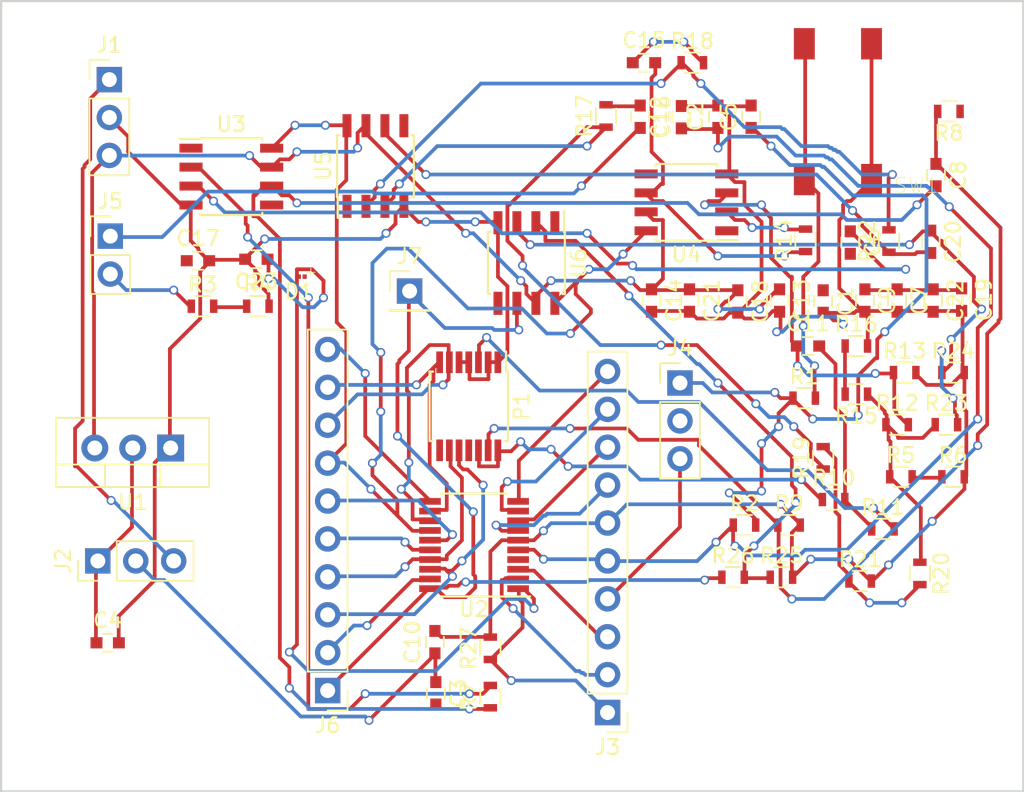
<source format=kicad_pcb>
(kicad_pcb (version 4) (host pcbnew 4.0.7)
  (layers (0 F.Cu signal) (31 B.Cu signal) (34 B.Paste user) (35 F.Paste user) (36 B.SilkS user) (37 F.SilkS user) (38 B.Mask user) (39 F.Mask user) (44 Edge.Cuts user))
  (net 0 "")
  (net 1 GND)
  (net 2 +9V)
  (net 3 /DVCC)
  (net 4 "Net-(C3-Pad2)")
  (net 5 "Net-(C4-Pad1)")
  (net 6 "Net-(C5-Pad1)")
  (net 7 "Net-(C6-Pad2)")
  (net 8 "Net-(C6-Pad1)")
  (net 9 "Net-(C8-Pad2)")
  (net 10 "Net-(C8-Pad1)")
  (net 11 "Net-(C11-Pad2)")
  (net 12 "Net-(C11-Pad1)")
  (net 13 "Net-(C15-Pad2)")
  (net 14 "Net-(C15-Pad1)")
  (net 15 /DataSignalIn)
  (net 16 "Net-(C16-Pad1)")
  (net 17 "Net-(C17-Pad1)")
  (net 18 "Net-(C20-Pad2)")
  (net 19 "Net-(C20-Pad1)")
  (net 20 "Net-(C23-Pad1)")
  (net 21 /DataOut)
  (net 22 +3V3)
  (net 23 "Net-(J3-Pad2)")
  (net 24 "Net-(J3-Pad3)")
  (net 25 "Net-(J3-Pad4)")
  (net 26 "Net-(J3-Pad7)")
  (net 27 "Net-(J3-Pad8)")
  (net 28 "Net-(J3-Pad9)")
  (net 29 "Net-(J3-Pad10)")
  (net 30 "Net-(J4-Pad2)")
  (net 31 "Net-(J5-Pad2)")
  (net 32 "Net-(J6-Pad2)")
  (net 33 "Net-(J6-Pad3)")
  (net 34 "Net-(J6-Pad4)")
  (net 35 "Net-(J6-Pad5)")
  (net 36 "Net-(J6-Pad6)")
  (net 37 /~SD)
  (net 38 "Net-(J6-Pad8)")
  (net 39 "Net-(J6-Pad9)")
  (net 40 "Net-(J6-Pad10)")
  (net 41 "Net-(P1-Pad3)")
  (net 42 "Net-(P1-Pad12)")
  (net 43 "Net-(R1-Pad2)")
  (net 44 "Net-(R7-Pad2)")
  (net 45 "Net-(R14-Pad2)")
  (net 46 "Net-(R17-Pad1)")
  (net 47 "Net-(R18-Pad1)")
  (net 48 "Net-(R25-Pad1)")
  (module Capacitors_SMD:C_0603 (layer F.Cu) (at 164.2745 111.76 270)
    (fp_text reference C1 (at 0 -1.5 270) (layer F.SilkS))
    (fp_text value 100n)
    (pad 2 smd rect (at 0.75 0 270) (size 0.8 0.75) (layers F.Cu F.Paste F.Mask) (net 1 GND))
    (pad 1 smd rect (at -0.75 0 270) (size 0.8 0.75) (layers F.Cu F.Paste F.Mask) (net 2 +9V))
  )
  (module Capacitors_SMD:C_0603 (layer F.Cu) (at 157.226 99.3775 90)
    (fp_text reference C2 (at 0 -1.5 90) (layer F.SilkS))
    (fp_text value 1u)
    (pad 2 smd rect (at 0.75 0 90) (size 0.8 0.75) (layers F.Cu F.Paste F.Mask) (net 1 GND))
    (pad 1 smd rect (at -0.75 0 90) (size 0.8 0.75) (layers F.Cu F.Paste F.Mask) (net 3 /DVCC))
  )
  (module Capacitors_SMD:C_0603 (layer F.Cu) (at 138.33475 138.01725 270)
    (fp_text reference C3 (at 0 -1.5 270) (layer F.SilkS))
    (fp_text value 0.01u)
    (pad 2 smd rect (at 0.75 0 270) (size 0.8 0.75) (layers F.Cu F.Paste F.Mask) (net 4 "Net-(C3-Pad2)"))
    (pad 1 smd rect (at -0.75 0 270) (size 0.8 0.75) (layers F.Cu F.Paste F.Mask) (net 3 /DVCC))
  )
  (module Capacitors_SMD:C_0603 (layer F.Cu) (at 116.3574 134.6327)
    (fp_text reference C4 (at 0 -1.5) (layer F.SilkS))
    (fp_text value 10u)
    (pad 2 smd rect (at 0.75 0) (size 0.8 0.75) (layers F.Cu F.Paste F.Mask) (net 1 GND))
    (pad 1 smd rect (at -0.75 0) (size 0.8 0.75) (layers F.Cu F.Paste F.Mask) (net 5 "Net-(C4-Pad1)"))
  )
  (module Capacitors_SMD:C_0603 (layer F.Cu) (at 159.4485 99.3775 90)
    (fp_text reference C5 (at 0 -1.5 90) (layer F.SilkS))
    (fp_text value 0.01u)
    (pad 2 smd rect (at 0.75 0 90) (size 0.8 0.75) (layers F.Cu F.Paste F.Mask) (net 1 GND))
    (pad 1 smd rect (at -0.75 0 90) (size 0.8 0.75) (layers F.Cu F.Paste F.Mask) (net 6 "Net-(C5-Pad1)"))
  )
  (module Capacitors_SMD:C_0603 (layer F.Cu) (at 166.0906 107.8103 270)
    (fp_text reference C6 (at 0 -1.5 270) (layer F.SilkS))
    (fp_text value 1u)
    (pad 2 smd rect (at 0.75 0 270) (size 0.8 0.75) (layers F.Cu F.Paste F.Mask) (net 7 "Net-(C6-Pad2)"))
    (pad 1 smd rect (at -0.75 0 270) (size 0.8 0.75) (layers F.Cu F.Paste F.Mask) (net 8 "Net-(C6-Pad1)"))
  )
  (module Capacitors_SMD:C_0603 (layer F.Cu) (at 169.2275 111.6965 270)
    (fp_text reference C7 (at 0 -1.5 270) (layer F.SilkS))
    (fp_text value 1u)
    (pad 2 smd rect (at 0.75 0 270) (size 0.8 0.75) (layers F.Cu F.Paste F.Mask) (net 1 GND))
    (pad 1 smd rect (at -0.75 0 270) (size 0.8 0.75) (layers F.Cu F.Paste F.Mask) (net 2 +9V))
  )
  (module Capacitors_SMD:C_0603 (layer F.Cu) (at 171.831 103.2891 270)
    (fp_text reference C8 (at 0 -1.5 270) (layer F.SilkS))
    (fp_text value 1u)
    (pad 2 smd rect (at 0.75 0 270) (size 0.8 0.75) (layers F.Cu F.Paste F.Mask) (net 9 "Net-(C8-Pad2)"))
    (pad 1 smd rect (at -0.75 0 270) (size 0.8 0.75) (layers F.Cu F.Paste F.Mask) (net 10 "Net-(C8-Pad1)"))
  )
  (module Capacitors_SMD:C_0603 (layer F.Cu) (at 167.0685 111.6965 270)
    (fp_text reference C9 (at 0 -1.5 270) (layer F.SilkS))
    (fp_text value 0.01u)
    (pad 2 smd rect (at 0.75 0 270) (size 0.8 0.75) (layers F.Cu F.Paste F.Mask) (net 1 GND))
    (pad 1 smd rect (at -0.75 0 270) (size 0.8 0.75) (layers F.Cu F.Paste F.Mask) (net 2 +9V))
  )
  (module Capacitors_SMD:C_0603 (layer F.Cu) (at 138.27125 134.58825 90)
    (fp_text reference C10 (at 0 -1.5 90) (layer F.SilkS))
    (fp_text value 1u)
    (pad 2 smd rect (at 0.75 0 90) (size 0.8 0.75) (layers F.Cu F.Paste F.Mask) (net 1 GND))
    (pad 1 smd rect (at -0.75 0 90) (size 0.8 0.75) (layers F.Cu F.Paste F.Mask) (net 3 /DVCC))
  )
  (module Capacitors_SMD:C_0603 (layer F.Cu) (at 163.2585 114.7445)
    (fp_text reference C11 (at 0 -1.5) (layer F.SilkS))
    (fp_text value 1u)
    (pad 2 smd rect (at 0.75 0) (size 0.8 0.75) (layers F.Cu F.Paste F.Mask) (net 11 "Net-(C11-Pad2)"))
    (pad 1 smd rect (at -0.75 0) (size 0.8 0.75) (layers F.Cu F.Paste F.Mask) (net 12 "Net-(C11-Pad1)"))
  )
  (module Capacitors_SMD:C_0603 (layer F.Cu) (at 154.78125 99.40925 90)
    (fp_text reference C12 (at 0 -1.5 90) (layer F.SilkS))
    (fp_text value 0.01u)
    (pad 2 smd rect (at 0.75 0 90) (size 0.8 0.75) (layers F.Cu F.Paste F.Mask) (net 1 GND))
    (pad 1 smd rect (at -0.75 0 90) (size 0.8 0.75) (layers F.Cu F.Paste F.Mask) (net 3 /DVCC))
  )
  (module Capacitors_SMD:C_0603 (layer F.Cu) (at 161.3535 111.6965 270)
    (fp_text reference C13 (at 0 -1.5 270) (layer F.SilkS))
    (fp_text value 1u)
    (pad 2 smd rect (at 0.75 0 270) (size 0.8 0.75) (layers F.Cu F.Paste F.Mask) (net 1 GND))
    (pad 1 smd rect (at -0.75 0 270) (size 0.8 0.75) (layers F.Cu F.Paste F.Mask) (net 2 +9V))
  )
  (module Capacitors_SMD:C_0603 (layer F.Cu) (at 152.781 111.6965 270)
    (fp_text reference C14 (at 0 -1.5 270) (layer F.SilkS))
    (fp_text value 0.01u)
    (pad 2 smd rect (at 0.75 0 270) (size 0.8 0.75) (layers F.Cu F.Paste F.Mask) (net 1 GND))
    (pad 1 smd rect (at -0.75 0 270) (size 0.8 0.75) (layers F.Cu F.Paste F.Mask) (net 2 +9V))
  )
  (module Capacitors_SMD:C_0603 (layer F.Cu) (at 152.273 95.758)
    (fp_text reference C15 (at 0 -1.5) (layer F.SilkS))
    (fp_text value 1u)
    (pad 2 smd rect (at 0.75 0) (size 0.8 0.75) (layers F.Cu F.Paste F.Mask) (net 13 "Net-(C15-Pad2)"))
    (pad 1 smd rect (at -0.75 0) (size 0.8 0.75) (layers F.Cu F.Paste F.Mask) (net 14 "Net-(C15-Pad1)"))
  )
  (module Capacitors_SMD:C_0603 (layer F.Cu) (at 152.019 99.3775 270)
    (fp_text reference C16 (at 0 -1.5 270) (layer F.SilkS))
    (fp_text value 1u)
    (pad 2 smd rect (at 0.75 0 270) (size 0.8 0.75) (layers F.Cu F.Paste F.Mask) (net 15 /DataSignalIn))
    (pad 1 smd rect (at -0.75 0 270) (size 0.8 0.75) (layers F.Cu F.Paste F.Mask) (net 16 "Net-(C16-Pad1)"))
  )
  (module Capacitors_SMD:C_0603 (layer F.Cu) (at 122.4026 109.0295)
    (fp_text reference C17 (at 0 -1.5) (layer F.SilkS))
    (fp_text value 1u)
    (pad 2 smd rect (at 0.75 0) (size 0.8 0.75) (layers F.Cu F.Paste F.Mask) (net 1 GND))
    (pad 1 smd rect (at -0.75 0) (size 0.8 0.75) (layers F.Cu F.Paste F.Mask) (net 17 "Net-(C17-Pad1)"))
  )
  (module Capacitors_SMD:C_0603 (layer F.Cu) (at 158.5595 111.76 270)
    (fp_text reference C18 (at 0 -1.5 270) (layer F.SilkS))
    (fp_text value 1u)
    (pad 2 smd rect (at 0.75 0 270) (size 0.8 0.75) (layers F.Cu F.Paste F.Mask) (net 1 GND))
    (pad 1 smd rect (at -0.75 0 270) (size 0.8 0.75) (layers F.Cu F.Paste F.Mask) (net 2 +9V))
  )
  (module Capacitors_SMD:C_0603 (layer F.Cu) (at 173.5455 111.633 270)
    (fp_text reference C19 (at 0 -1.5 270) (layer F.SilkS))
    (fp_text value 0.01u)
    (pad 2 smd rect (at 0.75 0 270) (size 0.8 0.75) (layers F.Cu F.Paste F.Mask) (net 1 GND))
    (pad 1 smd rect (at -0.75 0 270) (size 0.8 0.75) (layers F.Cu F.Paste F.Mask) (net 2 +9V))
  )
  (module Capacitors_SMD:C_0603 (layer F.Cu) (at 171.4754 107.7595 270)
    (fp_text reference C20 (at 0 -1.5 270) (layer F.SilkS))
    (fp_text value 1u)
    (pad 2 smd rect (at 0.75 0 270) (size 0.8 0.75) (layers F.Cu F.Paste F.Mask) (net 18 "Net-(C20-Pad2)"))
    (pad 1 smd rect (at -0.75 0 270) (size 0.8 0.75) (layers F.Cu F.Paste F.Mask) (net 19 "Net-(C20-Pad1)"))
  )
  (module Capacitors_SMD:C_0603 (layer F.Cu) (at 155.321 111.6965 270)
    (fp_text reference C21 (at 0 -1.5 270) (layer F.SilkS))
    (fp_text value 1u)
    (pad 2 smd rect (at 0.75 0 270) (size 0.8 0.75) (layers F.Cu F.Paste F.Mask) (net 1 GND))
    (pad 1 smd rect (at -0.75 0 270) (size 0.8 0.75) (layers F.Cu F.Paste F.Mask) (net 2 +9V))
  )
  (module Capacitors_SMD:C_0603 (layer F.Cu) (at 171.6405 111.6965 270)
    (fp_text reference C22 (at 0 -1.5 270) (layer F.SilkS))
    (fp_text value 0.01u)
    (pad 2 smd rect (at 0.75 0 270) (size 0.8 0.75) (layers F.Cu F.Paste F.Mask) (net 1 GND))
    (pad 1 smd rect (at -0.75 0 270) (size 0.8 0.75) (layers F.Cu F.Paste F.Mask) (net 2 +9V))
  )
  (module Capacitors_SMD:C_0603 (layer F.Cu) (at 126.3142 108.9279 180)
    (fp_text reference C23 (at 0 -1.5 180) (layer F.SilkS))
    (fp_text value 0.1u)
    (pad 2 smd rect (at 0.75 0 180) (size 0.8 0.75) (layers F.Cu F.Paste F.Mask) (net 1 GND))
    (pad 1 smd rect (at -0.75 0 180) (size 0.8 0.75) (layers F.Cu F.Paste F.Mask) (net 20 "Net-(C23-Pad1)"))
  )
  (module MyLib:D_0201 (layer F.Cu) (at 129.159 110.0963)
    (fp_text reference D1 (at 0 1) (layer F.SilkS))
    (fp_text value SMS7630-061 hide)
    (fp_text user + (at 0.8 -0.35) (layer F.SilkS) (effects (font (size 0.75 0.75) (thickness 0.05))))
    (pad 1 smd rect (at 0 0) (size 0.28 0.3) (layers F.Cu F.Paste F.Mask) (net 20 "Net-(C23-Pad1)"))
    (pad 2 smd rect (at 0.39 0) (size 0.28 0.3) (layers F.Cu F.Paste F.Mask) (net 21 /DataOut))
  )
  (module Pin_Headers:Pin_Header_Straight_1x03_Pitch2.54mm (layer F.Cu) (at 116.468359 96.889499)
    (fp_text reference J1 (at 0 -2.33) (layer F.SilkS))
    (fp_text value Conn_01x03_Male)
    (pad 1 thru_hole rect (at 0 0) (size 1.7 1.7) (drill 1) (layers *.Cu *.Mask) (net 22 +3V3))
    (pad 2 thru_hole oval (at 0 2.54) (size 1.7 1.7) (drill 1) (layers *.Cu *.Mask) (net 1 GND))
    (pad 3 thru_hole oval (at 0 5.08) (size 1.7 1.7) (drill 1) (layers *.Cu *.Mask) (net 2 +9V))
  )
  (module Pin_Headers:Pin_Header_Straight_1x03_Pitch2.54mm (layer F.Cu) (at 115.697 129.1463 90)
    (fp_text reference J2 (at 0 -2.33 90) (layer F.SilkS))
    (fp_text value Conn_01x03_Male)
    (pad 1 thru_hole rect (at 0 0 90) (size 1.7 1.7) (drill 1) (layers *.Cu *.Mask) (net 5 "Net-(C4-Pad1)"))
    (pad 2 thru_hole oval (at 0 2.54 90) (size 1.7 1.7) (drill 1) (layers *.Cu *.Mask) (net 3 /DVCC))
    (pad 3 thru_hole oval (at 0 5.08 90) (size 1.7 1.7) (drill 1) (layers *.Cu *.Mask) (net 22 +3V3))
  )
  (module Pin_Headers:Pin_Header_Straight_1x10_Pitch2.54mm (layer F.Cu) (at 149.8346 139.3063 180)
    (fp_text reference J3 (at 0 -2.33 180) (layer F.SilkS))
    (fp_text value Conn_01x10_Male)
    (pad 1 thru_hole rect (at 0 0 180) (size 1.7 1.7) (drill 1) (layers *.Cu *.Mask) (net 20 "Net-(C23-Pad1)"))
    (pad 2 thru_hole oval (at 0 2.54 180) (size 1.7 1.7) (drill 1) (layers *.Cu *.Mask) (net 23 "Net-(J3-Pad2)"))
    (pad 3 thru_hole oval (at 0 5.08 180) (size 1.7 1.7) (drill 1) (layers *.Cu *.Mask) (net 24 "Net-(J3-Pad3)"))
    (pad 4 thru_hole oval (at 0 7.62 180) (size 1.7 1.7) (drill 1) (layers *.Cu *.Mask) (net 25 "Net-(J3-Pad4)"))
    (pad 5 thru_hole oval (at 0 10.16 180) (size 1.7 1.7) (drill 1) (layers *.Cu *.Mask) (net 3 /DVCC))
    (pad 6 thru_hole oval (at 0 12.7 180) (size 1.7 1.7) (drill 1) (layers *.Cu *.Mask) (net 1 GND))
    (pad 7 thru_hole oval (at 0 15.24 180) (size 1.7 1.7) (drill 1) (layers *.Cu *.Mask) (net 26 "Net-(J3-Pad7)"))
    (pad 8 thru_hole oval (at 0 17.78 180) (size 1.7 1.7) (drill 1) (layers *.Cu *.Mask) (net 27 "Net-(J3-Pad8)"))
    (pad 9 thru_hole oval (at 0 20.32 180) (size 1.7 1.7) (drill 1) (layers *.Cu *.Mask) (net 28 "Net-(J3-Pad9)"))
    (pad 10 thru_hole oval (at 0 22.86 180) (size 1.7 1.7) (drill 1) (layers *.Cu *.Mask) (net 29 "Net-(J3-Pad10)"))
  )
  (module Pin_Headers:Pin_Header_Straight_1x03_Pitch2.54mm (layer F.Cu) (at 154.686 117.221)
    (fp_text reference J4 (at 0 -2.33) (layer F.SilkS))
    (fp_text value Conn_01x03_Male)
    (pad 1 thru_hole rect (at 0 0) (size 1.7 1.7) (drill 1) (layers *.Cu *.Mask) (net 6 "Net-(C5-Pad1)"))
    (pad 2 thru_hole oval (at 0 2.54) (size 1.7 1.7) (drill 1) (layers *.Cu *.Mask) (net 30 "Net-(J4-Pad2)"))
    (pad 3 thru_hole oval (at 0 5.08) (size 1.7 1.7) (drill 1) (layers *.Cu *.Mask) (net 25 "Net-(J3-Pad4)"))
  )
  (module Pin_Headers:Pin_Header_Straight_1x02_Pitch2.54mm (layer F.Cu) (at 116.532859 107.381999)
    (fp_text reference J5 (at 0 -2.33) (layer F.SilkS))
    (fp_text value Conn_01x02_Male)
    (pad 1 thru_hole rect (at 0 0) (size 1.7 1.7) (drill 1) (layers *.Cu *.Mask) (net 15 /DataSignalIn))
    (pad 2 thru_hole oval (at 0 2.54) (size 1.7 1.7) (drill 1) (layers *.Cu *.Mask) (net 31 "Net-(J5-Pad2)"))
  )
  (module Pin_Headers:Pin_Header_Straight_1x10_Pitch2.54mm (layer F.Cu) (at 131.0894 137.8331 180)
    (fp_text reference J6 (at 0 -2.33 180) (layer F.SilkS))
    (fp_text value Conn_01x10_Male)
    (pad 1 thru_hole rect (at 0 0 180) (size 1.7 1.7) (drill 1) (layers *.Cu *.Mask) (net 21 /DataOut))
    (pad 2 thru_hole oval (at 0 2.54 180) (size 1.7 1.7) (drill 1) (layers *.Cu *.Mask) (net 32 "Net-(J6-Pad2)"))
    (pad 3 thru_hole oval (at 0 5.08 180) (size 1.7 1.7) (drill 1) (layers *.Cu *.Mask) (net 33 "Net-(J6-Pad3)"))
    (pad 4 thru_hole oval (at 0 7.62 180) (size 1.7 1.7) (drill 1) (layers *.Cu *.Mask) (net 34 "Net-(J6-Pad4)"))
    (pad 5 thru_hole oval (at 0 10.16 180) (size 1.7 1.7) (drill 1) (layers *.Cu *.Mask) (net 35 "Net-(J6-Pad5)"))
    (pad 6 thru_hole oval (at 0 12.7 180) (size 1.7 1.7) (drill 1) (layers *.Cu *.Mask) (net 36 "Net-(J6-Pad6)"))
    (pad 7 thru_hole oval (at 0 15.24 180) (size 1.7 1.7) (drill 1) (layers *.Cu *.Mask) (net 37 /~SD))
    (pad 8 thru_hole oval (at 0 17.78 180) (size 1.7 1.7) (drill 1) (layers *.Cu *.Mask) (net 38 "Net-(J6-Pad8)"))
    (pad 9 thru_hole oval (at 0 20.32 180) (size 1.7 1.7) (drill 1) (layers *.Cu *.Mask) (net 39 "Net-(J6-Pad9)"))
    (pad 10 thru_hole oval (at 0 22.86 180) (size 1.7 1.7) (drill 1) (layers *.Cu *.Mask) (net 40 "Net-(J6-Pad10)"))
  )
  (module Pin_Headers:Pin_Header_Straight_1x01_Pitch2.54mm (layer F.Cu) (at 136.5758 111.0615)
    (fp_text reference J7 (at 0 -2.33) (layer F.SilkS))
    (fp_text value Conn_01x01_Male)
    (pad 1 thru_hole rect (at 0 0) (size 1.7 1.7) (drill 1) (layers *.Cu *.Mask) (net 21 /DataOut))
  )
  (module Housings_SSOP:TSSOP-14_4.4x5mm_Pitch0.65mm (layer F.Cu) (at 140.5382 118.7831 270)
    (fp_text reference P1 (at 0 -3.55 270) (layer F.SilkS))
    (fp_text value AD8402ARUZ1)
    (pad 1 smd rect (at -2.95 -1.95 270) (size 1.45 0.45) (layers F.Cu F.Paste F.Mask) (net 1 GND))
    (pad 2 smd rect (at -2.95 -1.3 270) (size 1.45 0.45) (layers F.Cu F.Paste F.Mask) (net 1 GND))
    (pad 3 smd rect (at -2.95 -0.65 270) (size 1.45 0.45) (layers F.Cu F.Paste F.Mask) (net 41 "Net-(P1-Pad3)"))
    (pad 4 smd rect (at -2.95 0 270) (size 1.45 0.45) (layers F.Cu F.Paste F.Mask) (net 1 GND))
    (pad 5 smd rect (at -2.95 0.65 270) (size 1.45 0.45) (layers F.Cu F.Paste F.Mask) (net 1 GND))
    (pad 6 smd rect (at -2.95 1.3 270) (size 1.45 0.45) (layers F.Cu F.Paste F.Mask) (net 38 "Net-(J6-Pad8)"))
    (pad 7 smd rect (at -2.95 1.95 270) (size 1.45 0.45) (layers F.Cu F.Paste F.Mask) (net 39 "Net-(J6-Pad9)"))
    (pad 8 smd rect (at 2.95 1.95 270) (size 1.45 0.45) (layers F.Cu F.Paste F.Mask) (net 36 "Net-(J6-Pad6)"))
    (pad 9 smd rect (at 2.95 1.3 270) (size 1.45 0.45) (layers F.Cu F.Paste F.Mask) (net 34 "Net-(J6-Pad4)"))
    (pad 10 smd rect (at 2.95 0.65 270) (size 1.45 0.45) (layers F.Cu F.Paste F.Mask) (net 33 "Net-(J6-Pad3)"))
    (pad 11 smd rect (at 2.95 0 270) (size 1.45 0.45) (layers F.Cu F.Paste F.Mask) (net 3 /DVCC))
    (pad 12 smd rect (at 2.95 -0.65 270) (size 1.45 0.45) (layers F.Cu F.Paste F.Mask) (net 42 "Net-(P1-Pad12)"))
    (pad 13 smd rect (at 2.95 -1.3 270) (size 1.45 0.45) (layers F.Cu F.Paste F.Mask) (net 10 "Net-(C8-Pad1)"))
    (pad 14 smd rect (at 2.95 -1.95 270) (size 1.45 0.45) (layers F.Cu F.Paste F.Mask) (net 42 "Net-(P1-Pad12)"))
  )
  (module Resistors_SMD:R_0603 (layer F.Cu) (at 163.0045 118.237)
    (fp_text reference R1 (at 0 -1.45) (layer F.SilkS))
    (fp_text value 10k)
    (pad 1 smd rect (at -0.75 0) (size 0.5 0.9) (layers F.Cu F.Paste F.Mask) (net 6 "Net-(C5-Pad1)"))
    (pad 2 smd rect (at 0.75 0) (size 0.5 0.9) (layers F.Cu F.Paste F.Mask) (net 43 "Net-(R1-Pad2)"))
  )
  (module Resistors_SMD:R_0603 (layer F.Cu) (at 159.004 126.746)
    (fp_text reference R2 (at 0 -1.45) (layer F.SilkS))
    (fp_text value 10k)
    (pad 1 smd rect (at -0.75 0) (size 0.5 0.9) (layers F.Cu F.Paste F.Mask) (net 3 /DVCC))
    (pad 2 smd rect (at 0.75 0) (size 0.5 0.9) (layers F.Cu F.Paste F.Mask) (net 6 "Net-(C5-Pad1)"))
  )
  (module Resistors_SMD:R_0603 (layer F.Cu) (at 122.7074 112.0775)
    (fp_text reference R3 (at 0 -1.45) (layer F.SilkS))
    (fp_text value 3.9k)
    (pad 1 smd rect (at -0.75 0) (size 0.5 0.9) (layers F.Cu F.Paste F.Mask) (net 31 "Net-(J5-Pad2)"))
    (pad 2 smd rect (at 0.75 0) (size 0.5 0.9) (layers F.Cu F.Paste F.Mask) (net 7 "Net-(C6-Pad2)"))
  )
  (module Resistors_SMD:R_0603 (layer F.Cu) (at 126.4158 112.0775)
    (fp_text reference R4 (at 0 -1.45) (layer F.SilkS))
    (fp_text value 1k)
    (pad 1 smd rect (at -0.75 0) (size 0.5 0.9) (layers F.Cu F.Paste F.Mask) (net 7 "Net-(C6-Pad2)"))
    (pad 2 smd rect (at 0.75 0) (size 0.5 0.9) (layers F.Cu F.Paste F.Mask) (net 1 GND))
  )
  (module Resistors_SMD:R_0603 (layer F.Cu) (at 169.4815 123.5075)
    (fp_text reference R5 (at 0 -1.45) (layer F.SilkS))
    (fp_text value 510k)
    (pad 1 smd rect (at -0.75 0) (size 0.5 0.9) (layers F.Cu F.Paste F.Mask) (net 2 +9V))
    (pad 2 smd rect (at 0.75 0) (size 0.5 0.9) (layers F.Cu F.Paste F.Mask) (net 8 "Net-(C6-Pad1)"))
  )
  (module Resistors_SMD:R_0603 (layer F.Cu) (at 172.974 123.5075)
    (fp_text reference R6 (at 0 -1.45) (layer F.SilkS))
    (fp_text value 510k)
    (pad 1 smd rect (at -0.75 0) (size 0.5 0.9) (layers F.Cu F.Paste F.Mask) (net 8 "Net-(C6-Pad1)"))
    (pad 2 smd rect (at 0.75 0) (size 0.5 0.9) (layers F.Cu F.Paste F.Mask) (net 1 GND))
  )
  (module Resistors_SMD:R_0603 (layer F.Cu) (at 141.986 138.2395 90)
    (fp_text reference R7 (at 0 -1.45 90) (layer F.SilkS))
    (fp_text value 1.3k)
    (pad 1 smd rect (at -0.75 0 90) (size 0.5 0.9) (layers F.Cu F.Paste F.Mask) (net 9 "Net-(C8-Pad2)"))
    (pad 2 smd rect (at 0.75 0 90) (size 0.5 0.9) (layers F.Cu F.Paste F.Mask) (net 44 "Net-(R7-Pad2)"))
  )
  (module Resistors_SMD:R_0603 (layer F.Cu) (at 172.6946 99.0219 180)
    (fp_text reference R8 (at 0 -1.45 180) (layer F.SilkS))
    (fp_text value R)
    (pad 1 smd rect (at -0.75 0 180) (size 0.5 0.9) (layers F.Cu F.Paste F.Mask) (net 2 +9V))
    (pad 2 smd rect (at 0.75 0 180) (size 0.5 0.9) (layers F.Cu F.Paste F.Mask) (net 10 "Net-(C8-Pad1)"))
  )
  (module Resistors_SMD:R_0603 (layer F.Cu) (at 161.9885 126.746)
    (fp_text reference R9 (at 0 -1.45) (layer F.SilkS))
    (fp_text value R)
    (pad 1 smd rect (at -0.75 0) (size 0.5 0.9) (layers F.Cu F.Paste F.Mask) (net 10 "Net-(C8-Pad1)"))
    (pad 2 smd rect (at 0.75 0) (size 0.5 0.9) (layers F.Cu F.Paste F.Mask) (net 1 GND))
  )
  (module Resistors_SMD:R_0603 (layer F.Cu) (at 164.973 125.0315)
    (fp_text reference R10 (at 0 -1.45) (layer F.SilkS))
    (fp_text value 10)
    (pad 1 smd rect (at -0.75 0) (size 0.5 0.9) (layers F.Cu F.Paste F.Mask) (net 42 "Net-(P1-Pad12)"))
    (pad 2 smd rect (at 0.75 0) (size 0.5 0.9) (layers F.Cu F.Paste F.Mask) (net 11 "Net-(C11-Pad2)"))
  )
  (module Resistors_SMD:R_0603 (layer F.Cu) (at 168.275 127)
    (fp_text reference R11 (at 0 -1.45) (layer F.SilkS))
    (fp_text value 10)
    (pad 1 smd rect (at -0.75 0) (size 0.5 0.9) (layers F.Cu F.Paste F.Mask) (net 11 "Net-(C11-Pad2)"))
    (pad 2 smd rect (at 0.75 0) (size 0.5 0.9) (layers F.Cu F.Paste F.Mask) (net 41 "Net-(P1-Pad3)"))
  )
  (module Resistors_SMD:R_0603 (layer F.Cu) (at 169.2275 120.015)
    (fp_text reference R12 (at 0 -1.45) (layer F.SilkS))
    (fp_text value 24k)
    (pad 1 smd rect (at -0.75 0) (size 0.5 0.9) (layers F.Cu F.Paste F.Mask) (net 2 +9V))
    (pad 2 smd rect (at 0.75 0) (size 0.5 0.9) (layers F.Cu F.Paste F.Mask) (net 12 "Net-(C11-Pad1)"))
  )
  (module Resistors_SMD:R_0603 (layer F.Cu) (at 169.7355 116.5225)
    (fp_text reference R13 (at 0 -1.45) (layer F.SilkS))
    (fp_text value 24k)
    (pad 1 smd rect (at -0.75 0) (size 0.5 0.9) (layers F.Cu F.Paste F.Mask) (net 12 "Net-(C11-Pad1)"))
    (pad 2 smd rect (at 0.75 0) (size 0.5 0.9) (layers F.Cu F.Paste F.Mask) (net 1 GND))
  )
  (module Resistors_SMD:R_0603 (layer F.Cu) (at 163.0934 107.6579 90)
    (fp_text reference R14 (at 0 -1.45 90) (layer F.SilkS))
    (fp_text value 250)
    (pad 1 smd rect (at -0.75 0 90) (size 0.5 0.9) (layers F.Cu F.Paste F.Mask) (net 13 "Net-(C15-Pad2)"))
    (pad 2 smd rect (at 0.75 0 90) (size 0.5 0.9) (layers F.Cu F.Paste F.Mask) (net 45 "Net-(R14-Pad2)"))
  )
  (module Resistors_SMD:R_0603 (layer F.Cu) (at 166.497 117.9703 180)
    (fp_text reference R15 (at 0 -1.45 180) (layer F.SilkS))
    (fp_text value 820)
    (pad 1 smd rect (at -0.75 0 180) (size 0.5 0.9) (layers F.Cu F.Paste F.Mask) (net 2 +9V))
    (pad 2 smd rect (at 0.75 0 180) (size 0.5 0.9) (layers F.Cu F.Paste F.Mask) (net 14 "Net-(C15-Pad1)"))
  )
  (module Resistors_SMD:R_0603 (layer F.Cu) (at 166.497 114.7445)
    (fp_text reference R16 (at 0 -1.45) (layer F.SilkS))
    (fp_text value 820)
    (pad 1 smd rect (at -0.75 0) (size 0.5 0.9) (layers F.Cu F.Paste F.Mask) (net 14 "Net-(C15-Pad1)"))
    (pad 2 smd rect (at 0.75 0) (size 0.5 0.9) (layers F.Cu F.Paste F.Mask) (net 1 GND))
  )
  (module Resistors_SMD:R_0603 (layer F.Cu) (at 149.733 99.3267 90)
    (fp_text reference R17 (at 0 -1.45 90) (layer F.SilkS))
    (fp_text value 10k)
    (pad 1 smd rect (at -0.75 0 90) (size 0.5 0.9) (layers F.Cu F.Paste F.Mask) (net 46 "Net-(R17-Pad1)"))
    (pad 2 smd rect (at 0.75 0 90) (size 0.5 0.9) (layers F.Cu F.Paste F.Mask) (net 16 "Net-(C16-Pad1)"))
  )
  (module Resistors_SMD:R_0603 (layer F.Cu) (at 155.5115 95.758)
    (fp_text reference R18 (at 0 -1.45) (layer F.SilkS))
    (fp_text value 100)
    (pad 1 smd rect (at -0.75 0) (size 0.5 0.9) (layers F.Cu F.Paste F.Mask) (net 47 "Net-(R18-Pad1)"))
    (pad 2 smd rect (at 0.75 0) (size 0.5 0.9) (layers F.Cu F.Paste F.Mask) (net 14 "Net-(C15-Pad1)"))
  )
  (module Resistors_SMD:R_0603 (layer F.Cu) (at 164.2745 122.2375 90)
    (fp_text reference R19 (at 0 -1.45 90) (layer F.SilkS))
    (fp_text value 10k)
    (pad 1 smd rect (at -0.75 0 90) (size 0.5 0.9) (layers F.Cu F.Paste F.Mask) (net 46 "Net-(R17-Pad1)"))
    (pad 2 smd rect (at 0.75 0 90) (size 0.5 0.9) (layers F.Cu F.Paste F.Mask) (net 17 "Net-(C17-Pad1)"))
  )
  (module Resistors_SMD:R_0603 (layer F.Cu) (at 170.7515 129.9845 270)
    (fp_text reference R20 (at 0 -1.45 270) (layer F.SilkS))
    (fp_text value 1k)
    (pad 1 smd rect (at -0.75 0 270) (size 0.5 0.9) (layers F.Cu F.Paste F.Mask) (net 2 +9V))
    (pad 2 smd rect (at 0.75 0 270) (size 0.5 0.9) (layers F.Cu F.Paste F.Mask) (net 17 "Net-(C17-Pad1)"))
  )
  (module Resistors_SMD:R_0603 (layer F.Cu) (at 166.751 130.4925)
    (fp_text reference R21 (at 0 -1.45) (layer F.SilkS))
    (fp_text value 1k)
    (pad 1 smd rect (at -0.75 0) (size 0.5 0.9) (layers F.Cu F.Paste F.Mask) (net 17 "Net-(C17-Pad1)"))
    (pad 2 smd rect (at 0.75 0) (size 0.5 0.9) (layers F.Cu F.Paste F.Mask) (net 1 GND))
  )
  (module Resistors_SMD:R_0603 (layer F.Cu) (at 168.6814 107.7087 90)
    (fp_text reference R22 (at 0 -1.45 90) (layer F.SilkS))
    (fp_text value 287)
    (pad 1 smd rect (at -0.75 0 90) (size 0.5 0.9) (layers F.Cu F.Paste F.Mask) (net 18 "Net-(C20-Pad2)"))
    (pad 2 smd rect (at 0.75 0 90) (size 0.5 0.9) (layers F.Cu F.Paste F.Mask) (net 47 "Net-(R18-Pad1)"))
  )
  (module Resistors_SMD:R_0603 (layer F.Cu) (at 172.5295 120.015)
    (fp_text reference R23 (at 0 -1.45) (layer F.SilkS))
    (fp_text value 2.4k)
    (pad 1 smd rect (at -0.75 0) (size 0.5 0.9) (layers F.Cu F.Paste F.Mask) (net 2 +9V))
    (pad 2 smd rect (at 0.75 0) (size 0.5 0.9) (layers F.Cu F.Paste F.Mask) (net 19 "Net-(C20-Pad1)"))
  )
  (module Resistors_SMD:R_0603 (layer F.Cu) (at 172.974 116.5225)
    (fp_text reference R24 (at 0 -1.45) (layer F.SilkS))
    (fp_text value 470)
    (pad 1 smd rect (at -0.75 0) (size 0.5 0.9) (layers F.Cu F.Paste F.Mask) (net 19 "Net-(C20-Pad1)"))
    (pad 2 smd rect (at 0.75 0) (size 0.5 0.9) (layers F.Cu F.Paste F.Mask) (net 1 GND))
  )
  (module Resistors_SMD:R_0603 (layer F.Cu) (at 161.4805 130.2385)
    (fp_text reference R25 (at 0 -1.45) (layer F.SilkS))
    (fp_text value 100)
    (pad 1 smd rect (at -0.75 0) (size 0.5 0.9) (layers F.Cu F.Paste F.Mask) (net 48 "Net-(R25-Pad1)"))
    (pad 2 smd rect (at 0.75 0) (size 0.5 0.9) (layers F.Cu F.Paste F.Mask) (net 1 GND))
  )
  (module Resistors_SMD:R_0603 (layer F.Cu) (at 158.242 130.2385)
    (fp_text reference R26 (at 0 -1.45) (layer F.SilkS))
    (fp_text value 220)
    (pad 1 smd rect (at -0.75 0) (size 0.5 0.9) (layers F.Cu F.Paste F.Mask) (net 21 /DataOut))
    (pad 2 smd rect (at 0.75 0) (size 0.5 0.9) (layers F.Cu F.Paste F.Mask) (net 48 "Net-(R25-Pad1)"))
  )
  (module Resistors_SMD:R_0603 (layer F.Cu) (at 141.986 135.001 90)
    (fp_text reference R27 (at 0 -1.45 90) (layer F.SilkS))
    (fp_text value 10k)
    (pad 1 smd rect (at -0.75 0 90) (size 0.5 0.9) (layers F.Cu F.Paste F.Mask) (net 20 "Net-(C23-Pad1)"))
    (pad 2 smd rect (at 0.75 0 90) (size 0.5 0.9) (layers F.Cu F.Paste F.Mask) (net 1 GND))
  )
  (module MyLib:FSM2JSMAATR (layer F.Cu) (at 167.513 94.488)
    (fp_text reference SW1 (at 3 9.5) (layer F.SilkS) (effects (font (thickness 0.05))))
    (fp_text value SW_Push hide)
    (pad 1 smd rect (at 0 0) (size 1.4 2.1) (layers F.Cu F.Paste F.Mask) (net 1 GND))
    (pad 1 smd rect (at 0 9.1) (size 1.4 2.1) (layers F.Cu F.Paste F.Mask) (net 1 GND))
    (pad 2 smd rect (at -4.5 0) (size 1.4 2.1) (layers F.Cu F.Paste F.Mask) (net 43 "Net-(R1-Pad2)"))
    (pad 2 smd rect (at -4.5 9.1) (size 1.4 2.1) (layers F.Cu F.Paste F.Mask) (net 43 "Net-(R1-Pad2)"))
  )
  (module TO_SOT_Packages_THT:TO-220-3_Vertical (layer F.Cu) (at 120.5738 121.5771 180)
    (fp_text reference U1 (at 2.54 -3.62 180) (layer F.SilkS))
    (fp_text value LD1117V33)
    (pad 1 thru_hole rect (at 0 0 180) (size 1.8 1.8) (drill 1) (layers *.Cu *.Mask) (net 1 GND))
    (pad 2 thru_hole oval (at 2.54 0 180) (size 1.8 1.8) (drill 1) (layers *.Cu *.Mask) (net 5 "Net-(C4-Pad1)"))
    (pad 3 thru_hole oval (at 5.08 0 180) (size 1.8 1.8) (drill 1) (layers *.Cu *.Mask) (net 2 +9V))
  )
  (module Housings_SSOP:TSSOP-20_4.4x6.5mm_Pitch0.65mm (layer F.Cu) (at 140.8938 128.0795 180)
    (fp_text reference U2 (at 0 -4.3 180) (layer F.SilkS))
    (fp_text value MSP430FR2311IPW20R)
    (pad 1 smd rect (at -2.95 -2.925 180) (size 1.45 0.45) (layers F.Cu F.Paste F.Mask) (net 20 "Net-(C23-Pad1)"))
    (pad 2 smd rect (at -2.95 -2.275 180) (size 1.45 0.45) (layers F.Cu F.Paste F.Mask) (net 23 "Net-(J3-Pad2)"))
    (pad 3 smd rect (at -2.95 -1.625 180) (size 1.45 0.45) (layers F.Cu F.Paste F.Mask) (net 24 "Net-(J3-Pad3)"))
    (pad 4 smd rect (at -2.95 -0.975 180) (size 1.45 0.45) (layers F.Cu F.Paste F.Mask) (net 30 "Net-(J4-Pad2)"))
    (pad 5 smd rect (at -2.95 -0.325 180) (size 1.45 0.45) (layers F.Cu F.Paste F.Mask) (net 3 /DVCC))
    (pad 6 smd rect (at -2.95 0.325 180) (size 1.45 0.45) (layers F.Cu F.Paste F.Mask) (net 1 GND))
    (pad 7 smd rect (at -2.95 0.975 180) (size 1.45 0.45) (layers F.Cu F.Paste F.Mask) (net 26 "Net-(J3-Pad7)"))
    (pad 8 smd rect (at -2.95 1.625 180) (size 1.45 0.45) (layers F.Cu F.Paste F.Mask) (net 27 "Net-(J3-Pad8)"))
    (pad 9 smd rect (at -2.95 2.275 180) (size 1.45 0.45) (layers F.Cu F.Paste F.Mask) (net 28 "Net-(J3-Pad9)"))
    (pad 10 smd rect (at -2.95 2.925 180) (size 1.45 0.45) (layers F.Cu F.Paste F.Mask) (net 29 "Net-(J3-Pad10)"))
    (pad 11 smd rect (at 2.95 2.925 180) (size 1.45 0.45) (layers F.Cu F.Paste F.Mask) (net 40 "Net-(J6-Pad10)"))
    (pad 12 smd rect (at 2.95 2.275 180) (size 1.45 0.45) (layers F.Cu F.Paste F.Mask) (net 39 "Net-(J6-Pad9)"))
    (pad 13 smd rect (at 2.95 1.625 180) (size 1.45 0.45) (layers F.Cu F.Paste F.Mask) (net 38 "Net-(J6-Pad8)"))
    (pad 14 smd rect (at 2.95 0.975 180) (size 1.45 0.45) (layers F.Cu F.Paste F.Mask) (net 37 /~SD))
    (pad 15 smd rect (at 2.95 0.325 180) (size 1.45 0.45) (layers F.Cu F.Paste F.Mask) (net 36 "Net-(J6-Pad6)"))
    (pad 16 smd rect (at 2.95 -0.325 180) (size 1.45 0.45) (layers F.Cu F.Paste F.Mask) (net 35 "Net-(J6-Pad5)"))
    (pad 17 smd rect (at 2.95 -0.975 180) (size 1.45 0.45) (layers F.Cu F.Paste F.Mask) (net 34 "Net-(J6-Pad4)"))
    (pad 18 smd rect (at 2.95 -1.625 180) (size 1.45 0.45) (layers F.Cu F.Paste F.Mask) (net 33 "Net-(J6-Pad3)"))
    (pad 19 smd rect (at 2.95 -2.275 180) (size 1.45 0.45) (layers F.Cu F.Paste F.Mask) (net 32 "Net-(J6-Pad2)"))
    (pad 20 smd rect (at 2.95 -2.925 180) (size 1.45 0.45) (layers F.Cu F.Paste F.Mask) (net 21 /DataOut))
  )
  (module Housings_SOIC:SOIC-8_3.9x4.9mm_Pitch1.27mm (layer F.Cu) (at 124.6378 103.3907)
    (fp_text reference U3 (at 0 -3.5) (layer F.SilkS))
    (fp_text value LMH6703MA/NOPB)
    (pad 1 smd rect (at -2.7 -1.905) (size 1.55 0.6) (layers F.Cu F.Paste F.Mask))
    (pad 2 smd rect (at -2.7 -0.635) (size 1.55 0.6) (layers F.Cu F.Paste F.Mask) (net 44 "Net-(R7-Pad2)"))
    (pad 3 smd rect (at -2.7 0.635) (size 1.55 0.6) (layers F.Cu F.Paste F.Mask) (net 8 "Net-(C6-Pad1)"))
    (pad 4 smd rect (at -2.7 1.905) (size 1.55 0.6) (layers F.Cu F.Paste F.Mask) (net 1 GND))
    (pad 5 smd rect (at 2.7 1.905) (size 1.55 0.6) (layers F.Cu F.Paste F.Mask))
    (pad 6 smd rect (at 2.7 0.635) (size 1.55 0.6) (layers F.Cu F.Paste F.Mask) (net 9 "Net-(C8-Pad2)"))
    (pad 7 smd rect (at 2.7 -0.635) (size 1.55 0.6) (layers F.Cu F.Paste F.Mask) (net 2 +9V))
    (pad 8 smd rect (at 2.7 -1.905) (size 1.55 0.6) (layers F.Cu F.Paste F.Mask) (net 37 /~SD))
  )
  (module Housings_SOIC:SOIC-8_3.9x4.9mm_Pitch1.27mm (layer F.Cu) (at 155.1178 105.1179 180)
    (fp_text reference U4 (at 0 -3.5 180) (layer F.SilkS))
    (fp_text value LMH6703MA/NOPB)
    (pad 1 smd rect (at -2.7 -1.905 180) (size 1.55 0.6) (layers F.Cu F.Paste F.Mask))
    (pad 2 smd rect (at -2.7 -0.635 180) (size 1.55 0.6) (layers F.Cu F.Paste F.Mask) (net 45 "Net-(R14-Pad2)"))
    (pad 3 smd rect (at -2.7 0.635 180) (size 1.55 0.6) (layers F.Cu F.Paste F.Mask) (net 12 "Net-(C11-Pad1)"))
    (pad 4 smd rect (at -2.7 1.905 180) (size 1.55 0.6) (layers F.Cu F.Paste F.Mask) (net 1 GND))
    (pad 5 smd rect (at 2.7 1.905 180) (size 1.55 0.6) (layers F.Cu F.Paste F.Mask))
    (pad 6 smd rect (at 2.7 0.635 180) (size 1.55 0.6) (layers F.Cu F.Paste F.Mask) (net 13 "Net-(C15-Pad2)"))
    (pad 7 smd rect (at 2.7 -0.635 180) (size 1.55 0.6) (layers F.Cu F.Paste F.Mask) (net 2 +9V))
    (pad 8 smd rect (at 2.7 -1.905 180) (size 1.55 0.6) (layers F.Cu F.Paste F.Mask) (net 37 /~SD))
  )
  (module Housings_SOIC:SOIC-8_3.9x4.9mm_Pitch1.27mm (layer F.Cu) (at 134.2898 102.6795 90)
    (fp_text reference U5 (at 0 -3.5 90) (layer F.SilkS))
    (fp_text value LMH6703MA/NOPB)
    (pad 1 smd rect (at -2.7 -1.905 90) (size 1.55 0.6) (layers F.Cu F.Paste F.Mask))
    (pad 2 smd rect (at -2.7 -0.635 90) (size 1.55 0.6) (layers F.Cu F.Paste F.Mask) (net 47 "Net-(R18-Pad1)"))
    (pad 3 smd rect (at -2.7 0.635 90) (size 1.55 0.6) (layers F.Cu F.Paste F.Mask) (net 46 "Net-(R17-Pad1)"))
    (pad 4 smd rect (at -2.7 1.905 90) (size 1.55 0.6) (layers F.Cu F.Paste F.Mask) (net 1 GND))
    (pad 5 smd rect (at 2.7 1.905 90) (size 1.55 0.6) (layers F.Cu F.Paste F.Mask))
    (pad 6 smd rect (at 2.7 0.635 90) (size 1.55 0.6) (layers F.Cu F.Paste F.Mask) (net 18 "Net-(C20-Pad2)"))
    (pad 7 smd rect (at 2.7 -0.635 90) (size 1.55 0.6) (layers F.Cu F.Paste F.Mask) (net 2 +9V))
    (pad 8 smd rect (at 2.7 -1.905 90) (size 1.55 0.6) (layers F.Cu F.Paste F.Mask) (net 37 /~SD))
  )
  (module Housings_SOIC:SOIC-8_3.9x4.9mm_Pitch1.27mm (layer F.Cu) (at 144.399 109.1819 270)
    (fp_text reference U6 (at 0 -3.5 270) (layer F.SilkS))
    (fp_text value LMH6703MA/NOPB)
    (pad 1 smd rect (at -2.7 -1.905 270) (size 1.55 0.6) (layers F.Cu F.Paste F.Mask))
    (pad 2 smd rect (at -2.7 -0.635 270) (size 1.55 0.6) (layers F.Cu F.Paste F.Mask) (net 48 "Net-(R25-Pad1)"))
    (pad 3 smd rect (at -2.7 0.635 270) (size 1.55 0.6) (layers F.Cu F.Paste F.Mask) (net 19 "Net-(C20-Pad1)"))
    (pad 4 smd rect (at -2.7 1.905 270) (size 1.55 0.6) (layers F.Cu F.Paste F.Mask) (net 1 GND))
    (pad 5 smd rect (at 2.7 1.905 270) (size 1.55 0.6) (layers F.Cu F.Paste F.Mask))
    (pad 6 smd rect (at 2.7 0.635 270) (size 1.55 0.6) (layers F.Cu F.Paste F.Mask) (net 21 /DataOut))
    (pad 7 smd rect (at 2.7 -0.635 270) (size 1.55 0.6) (layers F.Cu F.Paste F.Mask) (net 2 +9V))
    (pad 8 smd rect (at 2.7 -1.905 270) (size 1.55 0.6) (layers F.Cu F.Paste F.Mask) (net 37 /~SD))
  )
  (gr_line (start 109.22 91.6305) (end 177.673 91.6305) (angle 90) (layer Edge.Cuts) (width 0.15))
  (gr_line (start 109.22 144.5895) (end 109.22 91.6305) (angle 90) (layer Edge.Cuts) (width 0.15))
  (gr_line (start 112.776 144.5895) (end 109.22 144.5895) (angle 90) (layer Edge.Cuts) (width 0.15))
  (gr_line (start 177.673 144.5895) (end 112.776 144.5895) (angle 90) (layer Edge.Cuts) (width 0.15))
  (gr_line (start 177.673 91.6305) (end 177.673 144.5895) (angle 90) (layer Edge.Cuts) (width 0.15))
  (segment (start 167.501 130.4925) (end 167.513 130.556) (width 0.25) (layer F.Cu) (net 1))
  (segment (start 167.513 130.556) (end 168.656 129.413) (width 0.25) (layer F.Cu) (net 1))
  (via (at 168.656 129.413) (size 0.6) (layers F.Cu B.Cu) (net 1))
  (segment (start 168.656 129.413) (end 171.577 126.492) (width 0.25) (layer B.Cu) (net 1))
  (via (at 171.577 126.492) (size 0.6) (layers F.Cu B.Cu) (net 1))
  (segment (start 171.577 126.492) (end 173.736 124.333) (width 0.25) (layer F.Cu) (net 1))
  (segment (start 173.736 124.333) (end 173.736 123.571) (width 0.25) (layer F.Cu) (net 1))
  (segment (start 173.736 123.571) (end 173.724 123.5075) (width 0.25) (layer F.Cu) (net 1))
  (segment (start 120.5738 121.5771) (end 120.523 121.539) (width 0.25) (layer F.Cu) (net 1))
  (segment (start 120.523 121.539) (end 119.507 122.555) (width 0.25) (layer F.Cu) (net 1))
  (segment (start 119.507 122.555) (end 119.507 130.429) (width 0.25) (layer F.Cu) (net 1))
  (segment (start 119.507 130.429) (end 117.094 132.842) (width 0.25) (layer F.Cu) (net 1))
  (segment (start 117.094 132.842) (end 117.094 134.62) (width 0.25) (layer F.Cu) (net 1))
  (segment (start 117.094 134.62) (end 117.1074 134.6327) (width 0.25) (layer F.Cu) (net 1))
  (segment (start 123.1526 109.0295) (end 123.19 109.093) (width 0.25) (layer F.Cu) (net 1))
  (segment (start 123.19 109.093) (end 122.555 109.728) (width 0.25) (layer F.Cu) (net 1))
  (segment (start 122.555 109.728) (end 122.555 112.903) (width 0.25) (layer F.Cu) (net 1))
  (segment (start 122.555 112.903) (end 120.523 114.935) (width 0.25) (layer F.Cu) (net 1))
  (segment (start 120.523 114.935) (end 120.523 121.539) (width 0.25) (layer F.Cu) (net 1))
  (segment (start 120.523 121.539) (end 120.5738 121.5771) (width 0.25) (layer F.Cu) (net 1))
  (segment (start 125.5642 108.9279) (end 125.603 108.966) (width 0.25) (layer F.Cu) (net 1))
  (segment (start 125.603 108.966) (end 126.238 109.601) (width 0.25) (layer F.Cu) (net 1))
  (segment (start 126.238 109.601) (end 126.238 109.728) (width 0.25) (layer F.Cu) (net 1))
  (segment (start 126.238 109.728) (end 126.492 109.982) (width 0.25) (layer F.Cu) (net 1))
  (segment (start 126.492 109.982) (end 126.492 110.617) (width 0.25) (layer F.Cu) (net 1))
  (segment (start 126.492 110.617) (end 127.127 111.252) (width 0.25) (layer F.Cu) (net 1))
  (segment (start 127.127 111.252) (end 127.127 112.141) (width 0.25) (layer F.Cu) (net 1))
  (segment (start 127.127 112.141) (end 127.1658 112.0775) (width 0.25) (layer F.Cu) (net 1))
  (segment (start 173.724 123.5075) (end 173.736 123.571) (width 0.25) (layer F.Cu) (net 1))
  (segment (start 173.736 123.571) (end 173.863 123.444) (width 0.25) (layer F.Cu) (net 1))
  (segment (start 173.863 123.444) (end 173.863 119.126) (width 0.25) (layer F.Cu) (net 1))
  (segment (start 173.863 119.126) (end 173.736 118.999) (width 0.25) (layer F.Cu) (net 1))
  (segment (start 173.736 118.999) (end 173.736 116.586) (width 0.25) (layer F.Cu) (net 1))
  (segment (start 173.736 116.586) (end 173.724 116.5225) (width 0.25) (layer F.Cu) (net 1))
  (segment (start 162.2305 130.2385) (end 162.179 130.302) (width 0.25) (layer F.Cu) (net 1))
  (segment (start 162.179 130.302) (end 163.449 129.032) (width 0.25) (layer F.Cu) (net 1))
  (via (at 163.449 129.032) (size 0.6) (layers F.Cu B.Cu) (net 1))
  (segment (start 163.449 129.032) (end 165.989 129.032) (width 0.25) (layer B.Cu) (net 1))
  (via (at 165.989 129.032) (size 0.6) (layers F.Cu B.Cu) (net 1))
  (segment (start 165.989 129.032) (end 167.513 130.556) (width 0.25) (layer F.Cu) (net 1))
  (segment (start 167.513 130.556) (end 167.501 130.4925) (width 0.25) (layer F.Cu) (net 1))
  (segment (start 162.7385 126.746) (end 162.687 126.746) (width 0.25) (layer F.Cu) (net 1))
  (segment (start 162.687 126.746) (end 162.179 127.254) (width 0.25) (layer F.Cu) (net 1))
  (segment (start 162.179 127.254) (end 162.179 130.302) (width 0.25) (layer F.Cu) (net 1))
  (segment (start 162.179 130.302) (end 162.2305 130.2385) (width 0.25) (layer F.Cu) (net 1))
  (segment (start 141.986 134.251) (end 141.986 134.239) (width 0.25) (layer F.Cu) (net 1))
  (segment (start 141.986 134.239) (end 138.684 134.239) (width 0.25) (layer F.Cu) (net 1))
  (segment (start 138.684 134.239) (end 138.303 133.858) (width 0.25) (layer F.Cu) (net 1))
  (segment (start 138.303 133.858) (end 138.27125 133.83825) (width 0.25) (layer F.Cu) (net 1))
  (segment (start 173.724 116.5225) (end 173.736 116.586) (width 0.25) (layer F.Cu) (net 1))
  (segment (start 173.736 116.586) (end 173.609 116.459) (width 0.25) (layer F.Cu) (net 1))
  (segment (start 173.609 116.459) (end 173.609 112.395) (width 0.25) (layer F.Cu) (net 1))
  (segment (start 173.609 112.395) (end 173.5455 112.383) (width 0.25) (layer F.Cu) (net 1))
  (segment (start 158.5595 112.51) (end 158.623 112.522) (width 0.25) (layer F.Cu) (net 1))
  (segment (start 158.623 112.522) (end 157.988 112.522) (width 0.25) (layer F.Cu) (net 1))
  (segment (start 157.988 112.522) (end 157.607 112.903) (width 0.25) (layer F.Cu) (net 1))
  (segment (start 157.607 112.903) (end 155.829 112.903) (width 0.25) (layer F.Cu) (net 1))
  (segment (start 155.829 112.903) (end 155.321 112.395) (width 0.25) (layer F.Cu) (net 1))
  (segment (start 155.321 112.395) (end 155.321 112.4465) (width 0.25) (layer F.Cu) (net 1))
  (segment (start 173.724 116.5225) (end 173.736 116.586) (width 0.25) (layer F.Cu) (net 1))
  (segment (start 173.736 116.586) (end 173.609 116.586) (width 0.25) (layer F.Cu) (net 1))
  (segment (start 173.609 116.586) (end 172.847 117.348) (width 0.25) (layer F.Cu) (net 1))
  (segment (start 172.847 117.348) (end 171.196 117.348) (width 0.25) (layer F.Cu) (net 1))
  (segment (start 171.196 117.348) (end 170.434 116.586) (width 0.25) (layer F.Cu) (net 1))
  (segment (start 170.434 116.586) (end 170.4855 116.5225) (width 0.25) (layer F.Cu) (net 1))
  (segment (start 164.2745 112.51) (end 164.338 112.522) (width 0.25) (layer F.Cu) (net 1))
  (segment (start 164.338 112.522) (end 164.465 112.522) (width 0.25) (layer F.Cu) (net 1))
  (segment (start 164.465 112.522) (end 164.973 113.03) (width 0.25) (layer F.Cu) (net 1))
  (segment (start 164.973 113.03) (end 165.354 113.03) (width 0.25) (layer F.Cu) (net 1))
  (segment (start 165.354 113.03) (end 165.608 113.284) (width 0.25) (layer F.Cu) (net 1))
  (via (at 165.608 113.284) (size 0.6) (layers F.Cu B.Cu) (net 1))
  (segment (start 165.608 113.284) (end 165.1 112.776) (width 0.25) (layer B.Cu) (net 1))
  (segment (start 165.1 112.776) (end 162.56 112.776) (width 0.25) (layer B.Cu) (net 1))
  (segment (start 162.56 112.776) (end 161.544 113.792) (width 0.25) (layer B.Cu) (net 1))
  (segment (start 161.544 113.792) (end 161.163 113.792) (width 0.25) (layer B.Cu) (net 1))
  (via (at 161.163 113.792) (size 0.6) (layers F.Cu B.Cu) (net 1))
  (segment (start 161.163 113.792) (end 161.417 113.538) (width 0.25) (layer F.Cu) (net 1))
  (segment (start 161.417 113.538) (end 161.417 112.395) (width 0.25) (layer F.Cu) (net 1))
  (segment (start 161.417 112.395) (end 161.3535 112.4465) (width 0.25) (layer F.Cu) (net 1))
  (segment (start 161.3535 112.4465) (end 161.417 112.395) (width 0.25) (layer F.Cu) (net 1))
  (segment (start 161.417 112.395) (end 160.909 112.395) (width 0.25) (layer F.Cu) (net 1))
  (segment (start 160.909 112.395) (end 160.401 112.903) (width 0.25) (layer F.Cu) (net 1))
  (segment (start 160.401 112.903) (end 159.004 112.903) (width 0.25) (layer F.Cu) (net 1))
  (segment (start 159.004 112.903) (end 158.623 112.522) (width 0.25) (layer F.Cu) (net 1))
  (segment (start 158.623 112.522) (end 158.5595 112.51) (width 0.25) (layer F.Cu) (net 1))
  (segment (start 167.0685 112.4465) (end 167.132 112.395) (width 0.25) (layer F.Cu) (net 1))
  (segment (start 167.132 112.395) (end 166.497 112.395) (width 0.25) (layer F.Cu) (net 1))
  (segment (start 166.497 112.395) (end 166.37 112.522) (width 0.25) (layer F.Cu) (net 1))
  (segment (start 166.37 112.522) (end 164.338 112.522) (width 0.25) (layer F.Cu) (net 1))
  (segment (start 164.338 112.522) (end 164.2745 112.51) (width 0.25) (layer F.Cu) (net 1))
  (segment (start 167.0685 112.4465) (end 167.132 112.395) (width 0.25) (layer F.Cu) (net 1))
  (segment (start 167.132 112.395) (end 167.259 112.522) (width 0.25) (layer F.Cu) (net 1))
  (segment (start 167.259 112.522) (end 167.259 114.808) (width 0.25) (layer F.Cu) (net 1))
  (segment (start 167.259 114.808) (end 167.247 114.7445) (width 0.25) (layer F.Cu) (net 1))
  (segment (start 125.5642 108.9279) (end 125.603 108.966) (width 0.25) (layer F.Cu) (net 1))
  (segment (start 125.603 108.966) (end 123.317 108.966) (width 0.25) (layer F.Cu) (net 1))
  (segment (start 123.317 108.966) (end 123.19 109.093) (width 0.25) (layer F.Cu) (net 1))
  (segment (start 123.19 109.093) (end 123.1526 109.0295) (width 0.25) (layer F.Cu) (net 1))
  (segment (start 155.321 112.4465) (end 155.321 112.395) (width 0.25) (layer F.Cu) (net 1))
  (segment (start 155.321 112.395) (end 152.781 112.395) (width 0.25) (layer F.Cu) (net 1))
  (segment (start 152.781 112.395) (end 152.781 112.4465) (width 0.25) (layer F.Cu) (net 1))
  (segment (start 171.6405 112.4465) (end 171.704 112.395) (width 0.25) (layer F.Cu) (net 1))
  (segment (start 171.704 112.395) (end 169.291 112.395) (width 0.25) (layer F.Cu) (net 1))
  (segment (start 169.291 112.395) (end 169.2275 112.4465) (width 0.25) (layer F.Cu) (net 1))
  (segment (start 157.226 98.6275) (end 157.226 98.679) (width 0.25) (layer F.Cu) (net 1))
  (segment (start 157.226 98.679) (end 154.813 98.679) (width 0.25) (layer F.Cu) (net 1))
  (segment (start 154.813 98.679) (end 154.78125 98.65925) (width 0.25) (layer F.Cu) (net 1))
  (segment (start 157.226 98.6275) (end 157.226 98.679) (width 0.25) (layer F.Cu) (net 1))
  (segment (start 157.226 98.679) (end 159.512 98.679) (width 0.25) (layer F.Cu) (net 1))
  (segment (start 159.512 98.679) (end 159.4485 98.6275) (width 0.25) (layer F.Cu) (net 1))
  (segment (start 169.2275 112.4465) (end 169.291 112.395) (width 0.25) (layer F.Cu) (net 1))
  (segment (start 169.291 112.395) (end 167.132 112.395) (width 0.25) (layer F.Cu) (net 1))
  (segment (start 167.132 112.395) (end 167.0685 112.4465) (width 0.25) (layer F.Cu) (net 1))
  (segment (start 173.5455 112.383) (end 173.609 112.395) (width 0.25) (layer F.Cu) (net 1))
  (segment (start 173.609 112.395) (end 171.704 112.395) (width 0.25) (layer F.Cu) (net 1))
  (segment (start 171.704 112.395) (end 171.6405 112.4465) (width 0.25) (layer F.Cu) (net 1))
  (segment (start 121.9378 105.2957) (end 121.92 105.283) (width 0.25) (layer F.Cu) (net 1))
  (segment (start 121.92 105.283) (end 121.285 105.283) (width 0.25) (layer F.Cu) (net 1))
  (segment (start 121.285 105.283) (end 117.729 101.727) (width 0.25) (layer F.Cu) (net 1))
  (segment (start 117.729 101.727) (end 117.729 100.711) (width 0.25) (layer F.Cu) (net 1))
  (segment (start 117.729 100.711) (end 116.459 99.441) (width 0.25) (layer F.Cu) (net 1))
  (segment (start 116.459 99.441) (end 116.468359 99.429499) (width 0.25) (layer F.Cu) (net 1))
  (segment (start 123.1526 109.0295) (end 123.19 109.093) (width 0.25) (layer F.Cu) (net 1))
  (segment (start 123.19 109.093) (end 122.428 108.331) (width 0.25) (layer F.Cu) (net 1))
  (segment (start 122.428 108.331) (end 122.428 108.204) (width 0.25) (layer F.Cu) (net 1))
  (segment (start 122.428 108.204) (end 121.92 107.696) (width 0.25) (layer F.Cu) (net 1))
  (segment (start 121.92 107.696) (end 121.92 105.283) (width 0.25) (layer F.Cu) (net 1))
  (segment (start 121.92 105.283) (end 121.9378 105.2957) (width 0.25) (layer F.Cu) (net 1))
  (segment (start 167.0685 112.4465) (end 167.132 112.395) (width 0.25) (layer F.Cu) (net 1))
  (segment (start 167.132 112.395) (end 166.878 112.395) (width 0.25) (layer F.Cu) (net 1))
  (segment (start 166.878 112.395) (end 165.354 110.871) (width 0.25) (layer F.Cu) (net 1))
  (segment (start 165.354 110.871) (end 165.354 106.299) (width 0.25) (layer F.Cu) (net 1))
  (segment (start 165.354 106.299) (end 165.608 106.045) (width 0.25) (layer F.Cu) (net 1))
  (segment (start 165.608 106.045) (end 165.608 105.283) (width 0.25) (layer F.Cu) (net 1))
  (segment (start 165.608 105.283) (end 165.862 105.029) (width 0.25) (layer F.Cu) (net 1))
  (segment (start 165.862 105.029) (end 166.116 105.029) (width 0.25) (layer F.Cu) (net 1))
  (segment (start 166.116 105.029) (end 167.513 103.632) (width 0.25) (layer F.Cu) (net 1))
  (segment (start 167.513 103.632) (end 167.513 103.588) (width 0.25) (layer F.Cu) (net 1))
  (segment (start 167.513 103.588) (end 167.513 94.488) (width 0.25) (layer F.Cu) (net 1))
  (segment (start 158.5595 112.51) (end 158.623 112.522) (width 0.25) (layer F.Cu) (net 1))
  (segment (start 158.623 112.522) (end 160.147 110.998) (width 0.25) (layer F.Cu) (net 1))
  (segment (start 160.147 110.998) (end 160.147 106.426) (width 0.25) (layer F.Cu) (net 1))
  (segment (start 160.147 106.426) (end 159.004 105.283) (width 0.25) (layer F.Cu) (net 1))
  (segment (start 159.004 105.283) (end 159.004 103.759) (width 0.25) (layer F.Cu) (net 1))
  (segment (start 159.004 103.759) (end 158.369 103.759) (width 0.25) (layer F.Cu) (net 1))
  (segment (start 158.369 103.759) (end 157.861 103.251) (width 0.25) (layer F.Cu) (net 1))
  (segment (start 157.861 103.251) (end 157.8178 103.2129) (width 0.25) (layer F.Cu) (net 1))
  (segment (start 157.8178 103.2129) (end 157.861 103.251) (width 0.25) (layer F.Cu) (net 1))
  (segment (start 157.861 103.251) (end 157.988 103.124) (width 0.25) (layer F.Cu) (net 1))
  (segment (start 157.988 103.124) (end 157.988 99.314) (width 0.25) (layer F.Cu) (net 1))
  (segment (start 157.988 99.314) (end 157.861 99.314) (width 0.25) (layer F.Cu) (net 1))
  (segment (start 157.861 99.314) (end 157.226 98.679) (width 0.25) (layer F.Cu) (net 1))
  (segment (start 157.226 98.679) (end 157.226 98.6275) (width 0.25) (layer F.Cu) (net 1))
  (segment (start 136.1948 105.3795) (end 136.144 105.41) (width 0.25) (layer F.Cu) (net 1))
  (segment (start 136.144 105.41) (end 135.636 105.918) (width 0.25) (layer F.Cu) (net 1))
  (segment (start 135.636 105.918) (end 135.636 106.553) (width 0.25) (layer F.Cu) (net 1))
  (segment (start 135.636 106.553) (end 135.001 107.188) (width 0.25) (layer F.Cu) (net 1))
  (via (at 135.001 107.188) (size 0.6) (layers F.Cu B.Cu) (net 1))
  (segment (start 135.001 107.188) (end 134.62 107.569) (width 0.25) (layer B.Cu) (net 1))
  (segment (start 134.62 107.569) (end 126.873 107.569) (width 0.25) (layer B.Cu) (net 1))
  (via (at 126.873 107.569) (size 0.6) (layers F.Cu B.Cu) (net 1))
  (segment (start 126.873 107.569) (end 125.603 108.839) (width 0.25) (layer F.Cu) (net 1))
  (segment (start 125.603 108.839) (end 125.603 108.966) (width 0.25) (layer F.Cu) (net 1))
  (segment (start 125.603 108.966) (end 125.5642 108.9279) (width 0.25) (layer F.Cu) (net 1))
  (segment (start 142.494 106.4819) (end 142.494 106.426) (width 0.25) (layer F.Cu) (net 1))
  (segment (start 142.494 106.426) (end 140.97 106.426) (width 0.25) (layer F.Cu) (net 1))
  (via (at 140.97 106.426) (size 0.6) (layers F.Cu B.Cu) (net 1))
  (segment (start 140.97 106.426) (end 137.668 106.426) (width 0.25) (layer B.Cu) (net 1))
  (via (at 137.668 106.426) (size 0.6) (layers F.Cu B.Cu) (net 1))
  (segment (start 137.668 106.426) (end 137.16 106.426) (width 0.25) (layer F.Cu) (net 1))
  (segment (start 137.16 106.426) (end 136.144 105.41) (width 0.25) (layer F.Cu) (net 1))
  (segment (start 136.144 105.41) (end 136.1948 105.3795) (width 0.25) (layer F.Cu) (net 1))
  (segment (start 142.4882 115.8331) (end 142.494 115.824) (width 0.25) (layer F.Cu) (net 1))
  (segment (start 142.494 115.824) (end 143.129 115.189) (width 0.25) (layer F.Cu) (net 1))
  (segment (start 143.129 115.189) (end 143.129 110.744) (width 0.25) (layer F.Cu) (net 1))
  (segment (start 143.129 110.744) (end 142.494 110.109) (width 0.25) (layer F.Cu) (net 1))
  (segment (start 142.494 110.109) (end 142.494 106.4819) (width 0.25) (layer F.Cu) (net 1))
  (segment (start 141.8382 115.8331) (end 141.859 115.824) (width 0.25) (layer F.Cu) (net 1))
  (segment (start 141.859 115.824) (end 141.859 116.967) (width 0.25) (layer F.Cu) (net 1))
  (segment (start 141.859 116.967) (end 140.589 116.967) (width 0.25) (layer F.Cu) (net 1))
  (segment (start 140.589 116.967) (end 140.589 115.824) (width 0.25) (layer F.Cu) (net 1))
  (segment (start 140.589 115.824) (end 140.5382 115.8331) (width 0.25) (layer F.Cu) (net 1))
  (segment (start 140.5382 115.8331) (end 140.589 115.824) (width 0.25) (layer F.Cu) (net 1))
  (segment (start 140.589 115.824) (end 139.827 115.824) (width 0.25) (layer F.Cu) (net 1))
  (segment (start 139.827 115.824) (end 139.8882 115.8331) (width 0.25) (layer F.Cu) (net 1))
  (segment (start 142.4882 115.8331) (end 142.494 115.824) (width 0.25) (layer F.Cu) (net 1))
  (segment (start 142.494 115.824) (end 141.859 115.824) (width 0.25) (layer F.Cu) (net 1))
  (segment (start 141.859 115.824) (end 141.8382 115.8331) (width 0.25) (layer F.Cu) (net 1))
  (segment (start 143.8438 127.7545) (end 143.891 127.762) (width 0.25) (layer F.Cu) (net 1))
  (segment (start 143.891 127.762) (end 142.748 127.762) (width 0.25) (layer F.Cu) (net 1))
  (segment (start 142.748 127.762) (end 141.986 128.524) (width 0.25) (layer F.Cu) (net 1))
  (segment (start 141.986 128.524) (end 141.986 134.251) (width 0.25) (layer F.Cu) (net 1))
  (segment (start 149.8346 126.6063) (end 149.86 126.619) (width 0.25) (layer B.Cu) (net 1))
  (segment (start 149.86 126.619) (end 151.13 125.349) (width 0.25) (layer B.Cu) (net 1))
  (segment (start 151.13 125.349) (end 161.417 125.349) (width 0.25) (layer B.Cu) (net 1))
  (via (at 161.417 125.349) (size 0.6) (layers F.Cu B.Cu) (net 1))
  (segment (start 161.417 125.349) (end 162.687 126.619) (width 0.25) (layer F.Cu) (net 1))
  (segment (start 162.687 126.619) (end 162.687 126.746) (width 0.25) (layer F.Cu) (net 1))
  (segment (start 162.687 126.746) (end 162.7385 126.746) (width 0.25) (layer F.Cu) (net 1))
  (segment (start 143.8438 127.7545) (end 143.891 127.762) (width 0.25) (layer F.Cu) (net 1))
  (segment (start 143.891 127.762) (end 144.907 127.762) (width 0.25) (layer F.Cu) (net 1))
  (segment (start 144.907 127.762) (end 145.542 127.127) (width 0.25) (layer F.Cu) (net 1))
  (via (at 145.542 127.127) (size 0.6) (layers F.Cu B.Cu) (net 1))
  (segment (start 145.542 127.127) (end 146.05 126.619) (width 0.25) (layer B.Cu) (net 1))
  (segment (start 146.05 126.619) (end 149.86 126.619) (width 0.25) (layer B.Cu) (net 1))
  (segment (start 149.86 126.619) (end 149.8346 126.6063) (width 0.25) (layer B.Cu) (net 1))
  (segment (start 116.468359 101.969499) (end 116.459 101.981) (width 0.25) (layer F.Cu) (net 2))
  (segment (start 116.459 101.981) (end 115.316 103.124) (width 0.25) (layer F.Cu) (net 2))
  (segment (start 115.316 103.124) (end 115.316 111.125) (width 0.25) (layer F.Cu) (net 2))
  (segment (start 115.316 111.125) (end 115.443 111.252) (width 0.25) (layer F.Cu) (net 2))
  (segment (start 115.443 111.252) (end 115.443 121.539) (width 0.25) (layer F.Cu) (net 2))
  (segment (start 115.443 121.539) (end 115.4938 121.5771) (width 0.25) (layer F.Cu) (net 2))
  (segment (start 168.7315 123.5075) (end 168.783 123.571) (width 0.25) (layer F.Cu) (net 2))
  (segment (start 168.783 123.571) (end 170.815 125.603) (width 0.25) (layer F.Cu) (net 2))
  (segment (start 170.815 125.603) (end 170.815 129.286) (width 0.25) (layer F.Cu) (net 2))
  (segment (start 170.815 129.286) (end 170.7515 129.2345) (width 0.25) (layer F.Cu) (net 2))
  (segment (start 167.247 117.9703) (end 167.259 117.983) (width 0.25) (layer F.Cu) (net 2))
  (segment (start 167.259 117.983) (end 168.402 119.126) (width 0.25) (layer F.Cu) (net 2))
  (segment (start 168.402 119.126) (end 168.402 119.253) (width 0.25) (layer F.Cu) (net 2))
  (segment (start 168.402 119.253) (end 168.529 119.38) (width 0.25) (layer F.Cu) (net 2))
  (segment (start 168.529 119.38) (end 168.529 120.015) (width 0.25) (layer F.Cu) (net 2))
  (segment (start 168.529 120.015) (end 168.4775 120.015) (width 0.25) (layer F.Cu) (net 2))
  (segment (start 168.4775 120.015) (end 168.529 120.015) (width 0.25) (layer F.Cu) (net 2))
  (segment (start 168.529 120.015) (end 168.656 120.142) (width 0.25) (layer F.Cu) (net 2))
  (segment (start 168.656 120.142) (end 168.656 121.031) (width 0.25) (layer F.Cu) (net 2))
  (segment (start 168.656 121.031) (end 168.783 121.158) (width 0.25) (layer F.Cu) (net 2))
  (segment (start 168.783 121.158) (end 168.783 123.571) (width 0.25) (layer F.Cu) (net 2))
  (segment (start 168.783 123.571) (end 168.7315 123.5075) (width 0.25) (layer F.Cu) (net 2))
  (segment (start 168.4775 120.015) (end 168.529 120.015) (width 0.25) (layer F.Cu) (net 2))
  (segment (start 168.529 120.015) (end 169.291 120.777) (width 0.25) (layer F.Cu) (net 2))
  (segment (start 169.291 120.777) (end 169.291 120.904) (width 0.25) (layer F.Cu) (net 2))
  (segment (start 169.291 120.904) (end 170.942 120.904) (width 0.25) (layer F.Cu) (net 2))
  (segment (start 170.942 120.904) (end 171.831 120.015) (width 0.25) (layer F.Cu) (net 2))
  (segment (start 171.831 120.015) (end 171.7795 120.015) (width 0.25) (layer F.Cu) (net 2))
  (segment (start 158.5595 111.01) (end 158.623 110.998) (width 0.25) (layer F.Cu) (net 2))
  (segment (start 158.623 110.998) (end 155.321 110.998) (width 0.25) (layer F.Cu) (net 2))
  (segment (start 155.321 110.998) (end 155.321 110.9465) (width 0.25) (layer F.Cu) (net 2))
  (segment (start 161.3535 110.9465) (end 161.417 110.998) (width 0.25) (layer F.Cu) (net 2))
  (segment (start 161.417 110.998) (end 161.163 110.998) (width 0.25) (layer F.Cu) (net 2))
  (segment (start 161.163 110.998) (end 160.02 112.141) (width 0.25) (layer F.Cu) (net 2))
  (segment (start 160.02 112.141) (end 160.02 112.268) (width 0.25) (layer F.Cu) (net 2))
  (via (at 160.02 112.268) (size 0.6) (layers F.Cu B.Cu) (net 2))
  (segment (start 160.02 112.268) (end 157.226 112.268) (width 0.25) (layer B.Cu) (net 2))
  (via (at 157.226 112.268) (size 0.6) (layers F.Cu B.Cu) (net 2))
  (segment (start 157.226 112.268) (end 157.734 111.76) (width 0.25) (layer F.Cu) (net 2))
  (segment (start 157.734 111.76) (end 157.861 111.76) (width 0.25) (layer F.Cu) (net 2))
  (segment (start 157.861 111.76) (end 158.623 110.998) (width 0.25) (layer F.Cu) (net 2))
  (segment (start 158.623 110.998) (end 158.5595 111.01) (width 0.25) (layer F.Cu) (net 2))
  (segment (start 155.321 110.9465) (end 155.321 110.998) (width 0.25) (layer F.Cu) (net 2))
  (segment (start 155.321 110.998) (end 152.781 110.998) (width 0.25) (layer F.Cu) (net 2))
  (segment (start 152.781 110.998) (end 152.781 110.9465) (width 0.25) (layer F.Cu) (net 2))
  (segment (start 169.2275 110.9465) (end 169.291 110.998) (width 0.25) (layer F.Cu) (net 2))
  (segment (start 169.291 110.998) (end 171.704 110.998) (width 0.25) (layer F.Cu) (net 2))
  (segment (start 171.704 110.998) (end 171.6405 110.9465) (width 0.25) (layer F.Cu) (net 2))
  (segment (start 171.6405 110.9465) (end 171.704 110.998) (width 0.25) (layer F.Cu) (net 2))
  (segment (start 171.704 110.998) (end 173.482 110.998) (width 0.25) (layer F.Cu) (net 2))
  (segment (start 173.482 110.998) (end 173.609 110.871) (width 0.25) (layer F.Cu) (net 2))
  (segment (start 173.609 110.871) (end 173.5455 110.883) (width 0.25) (layer F.Cu) (net 2))
  (segment (start 167.0685 110.9465) (end 167.132 110.998) (width 0.25) (layer F.Cu) (net 2))
  (segment (start 167.132 110.998) (end 169.291 110.998) (width 0.25) (layer F.Cu) (net 2))
  (segment (start 169.291 110.998) (end 169.2275 110.9465) (width 0.25) (layer F.Cu) (net 2))
  (segment (start 127.3378 102.7557) (end 127.381 102.743) (width 0.25) (layer F.Cu) (net 2))
  (segment (start 127.381 102.743) (end 126.619 102.743) (width 0.25) (layer F.Cu) (net 2))
  (segment (start 126.619 102.743) (end 125.857 101.981) (width 0.25) (layer F.Cu) (net 2))
  (via (at 125.857 101.981) (size 0.6) (layers F.Cu B.Cu) (net 2))
  (segment (start 125.857 101.981) (end 116.459 101.981) (width 0.25) (layer B.Cu) (net 2))
  (segment (start 116.459 101.981) (end 116.468359 101.969499) (width 0.25) (layer B.Cu) (net 2))
  (segment (start 152.781 110.9465) (end 152.781 110.998) (width 0.25) (layer F.Cu) (net 2))
  (segment (start 152.781 110.998) (end 153.543 110.236) (width 0.25) (layer F.Cu) (net 2))
  (segment (start 153.543 110.236) (end 153.543 106.299) (width 0.25) (layer F.Cu) (net 2))
  (segment (start 153.543 106.299) (end 152.908 106.299) (width 0.25) (layer F.Cu) (net 2))
  (segment (start 152.908 106.299) (end 152.4 105.791) (width 0.25) (layer F.Cu) (net 2))
  (segment (start 152.4 105.791) (end 152.4178 105.7529) (width 0.25) (layer F.Cu) (net 2))
  (segment (start 152.781 110.9465) (end 152.781 110.998) (width 0.25) (layer F.Cu) (net 2))
  (segment (start 152.781 110.998) (end 152.019 110.998) (width 0.25) (layer F.Cu) (net 2))
  (segment (start 152.019 110.998) (end 151.384 110.363) (width 0.25) (layer F.Cu) (net 2))
  (via (at 151.384 110.363) (size 0.6) (layers F.Cu B.Cu) (net 2))
  (segment (start 151.384 110.363) (end 146.05 110.363) (width 0.25) (layer B.Cu) (net 2))
  (via (at 146.05 110.363) (size 0.6) (layers F.Cu B.Cu) (net 2))
  (segment (start 146.05 110.363) (end 145.034 111.379) (width 0.25) (layer F.Cu) (net 2))
  (segment (start 145.034 111.379) (end 145.034 111.8819) (width 0.25) (layer F.Cu) (net 2))
  (segment (start 145.034 111.8819) (end 145.034 111.887) (width 0.25) (layer F.Cu) (net 2))
  (segment (start 145.034 111.887) (end 144.399 111.252) (width 0.25) (layer F.Cu) (net 2))
  (segment (start 144.399 111.252) (end 144.399 110.744) (width 0.25) (layer F.Cu) (net 2))
  (segment (start 144.399 110.744) (end 144.018 110.363) (width 0.25) (layer F.Cu) (net 2))
  (via (at 144.018 110.363) (size 0.6) (layers F.Cu B.Cu) (net 2))
  (segment (start 144.018 110.363) (end 140.843 107.188) (width 0.25) (layer B.Cu) (net 2))
  (segment (start 140.843 107.188) (end 140.335 107.188) (width 0.25) (layer B.Cu) (net 2))
  (via (at 140.335 107.188) (size 0.6) (layers F.Cu B.Cu) (net 2))
  (segment (start 140.335 107.188) (end 133.604 100.457) (width 0.25) (layer F.Cu) (net 2))
  (segment (start 133.604 100.457) (end 133.604 99.949) (width 0.25) (layer F.Cu) (net 2))
  (segment (start 133.604 99.949) (end 133.6548 99.9795) (width 0.25) (layer F.Cu) (net 2))
  (segment (start 133.6548 99.9795) (end 133.604 99.949) (width 0.25) (layer F.Cu) (net 2))
  (segment (start 133.604 99.949) (end 133.096 100.457) (width 0.25) (layer F.Cu) (net 2))
  (segment (start 133.096 100.457) (end 133.096 101.473) (width 0.25) (layer F.Cu) (net 2))
  (via (at 133.096 101.473) (size 0.6) (layers F.Cu B.Cu) (net 2))
  (segment (start 133.096 101.473) (end 132.842 101.727) (width 0.25) (layer B.Cu) (net 2))
  (segment (start 132.842 101.727) (end 129.032 101.727) (width 0.25) (layer B.Cu) (net 2))
  (via (at 129.032 101.727) (size 0.6) (layers F.Cu B.Cu) (net 2))
  (segment (start 129.032 101.727) (end 128.524 102.235) (width 0.25) (layer F.Cu) (net 2))
  (segment (start 128.524 102.235) (end 127.889 102.235) (width 0.25) (layer F.Cu) (net 2))
  (segment (start 127.889 102.235) (end 127.381 102.743) (width 0.25) (layer F.Cu) (net 2))
  (segment (start 127.381 102.743) (end 127.3378 102.7557) (width 0.25) (layer F.Cu) (net 2))
  (segment (start 138.27125 135.33825) (end 138.303 135.382) (width 0.25) (layer F.Cu) (net 3))
  (segment (start 138.303 135.382) (end 133.858 139.827) (width 0.25) (layer F.Cu) (net 3))
  (via (at 133.858 139.827) (size 0.6) (layers F.Cu B.Cu) (net 3))
  (segment (start 133.858 139.827) (end 133.604 139.573) (width 0.25) (layer B.Cu) (net 3))
  (segment (start 133.604 139.573) (end 129.286 139.573) (width 0.25) (layer B.Cu) (net 3))
  (segment (start 129.286 139.573) (end 120.142 130.429) (width 0.25) (layer B.Cu) (net 3))
  (segment (start 120.142 130.429) (end 119.507 130.429) (width 0.25) (layer B.Cu) (net 3))
  (segment (start 119.507 130.429) (end 118.237 129.159) (width 0.25) (layer B.Cu) (net 3))
  (segment (start 118.237 129.159) (end 118.237 129.1463) (width 0.25) (layer B.Cu) (net 3))
  (segment (start 157.226 100.1275) (end 157.226 101.473) (width 0.25) (layer F.Cu) (net 3))
  (via (at 157.226 101.473) (size 0.6) (layers F.Cu B.Cu) (net 3))
  (segment (start 157.226 101.473) (end 157.988 100.711) (width 0.25) (layer B.Cu) (net 3))
  (segment (start 157.988 100.711) (end 161.163 100.711) (width 0.25) (layer B.Cu) (net 3))
  (segment (start 161.163 100.711) (end 162.433 101.981) (width 0.25) (layer B.Cu) (net 3))
  (segment (start 162.433 101.981) (end 164.338 101.981) (width 0.25) (layer B.Cu) (net 3))
  (segment (start 164.338 101.981) (end 164.465 102.108) (width 0.25) (layer B.Cu) (net 3))
  (segment (start 164.465 102.108) (end 164.592 102.108) (width 0.25) (layer B.Cu) (net 3))
  (segment (start 164.592 102.108) (end 164.719 102.235) (width 0.25) (layer B.Cu) (net 3))
  (segment (start 164.719 102.235) (end 164.846 102.235) (width 0.25) (layer B.Cu) (net 3))
  (segment (start 164.846 102.235) (end 166.624 104.013) (width 0.25) (layer B.Cu) (net 3))
  (segment (start 166.624 104.013) (end 171.196 104.013) (width 0.25) (layer B.Cu) (net 3))
  (segment (start 171.196 104.013) (end 171.323 104.14) (width 0.25) (layer B.Cu) (net 3))
  (segment (start 171.323 104.14) (end 171.45 104.14) (width 0.25) (layer B.Cu) (net 3))
  (segment (start 171.45 104.14) (end 172.72 105.41) (width 0.25) (layer B.Cu) (net 3))
  (via (at 172.72 105.41) (size 0.6) (layers F.Cu B.Cu) (net 3))
  (segment (start 172.72 105.41) (end 175.514 108.204) (width 0.25) (layer F.Cu) (net 3))
  (segment (start 175.514 108.204) (end 175.514 112.649) (width 0.25) (layer F.Cu) (net 3))
  (segment (start 175.514 112.649) (end 174.625 113.538) (width 0.25) (layer F.Cu) (net 3))
  (segment (start 174.625 113.538) (end 174.625 119.634) (width 0.25) (layer F.Cu) (net 3))
  (via (at 174.625 119.634) (size 0.6) (layers F.Cu B.Cu) (net 3))
  (segment (start 174.625 119.634) (end 165.862 128.397) (width 0.25) (layer B.Cu) (net 3))
  (segment (start 165.862 128.397) (end 163.068 128.397) (width 0.25) (layer B.Cu) (net 3))
  (segment (start 163.068 128.397) (end 162.687 128.778) (width 0.25) (layer B.Cu) (net 3))
  (segment (start 162.687 128.778) (end 159.258 128.778) (width 0.25) (layer B.Cu) (net 3))
  (segment (start 159.258 128.778) (end 158.623 128.143) (width 0.25) (layer B.Cu) (net 3))
  (segment (start 158.623 128.143) (end 158.369 128.143) (width 0.25) (layer B.Cu) (net 3))
  (via (at 158.369 128.143) (size 0.6) (layers F.Cu B.Cu) (net 3))
  (segment (start 158.369 128.143) (end 158.242 128.016) (width 0.25) (layer F.Cu) (net 3))
  (segment (start 158.242 128.016) (end 158.242 126.746) (width 0.25) (layer F.Cu) (net 3))
  (segment (start 158.242 126.746) (end 158.254 126.746) (width 0.25) (layer F.Cu) (net 3))
  (segment (start 154.78125 100.15925) (end 154.813 100.203) (width 0.25) (layer F.Cu) (net 3))
  (segment (start 154.813 100.203) (end 157.099 100.203) (width 0.25) (layer F.Cu) (net 3))
  (segment (start 157.099 100.203) (end 157.226 100.076) (width 0.25) (layer F.Cu) (net 3))
  (segment (start 157.226 100.076) (end 157.226 100.1275) (width 0.25) (layer F.Cu) (net 3))
  (segment (start 138.27125 135.33825) (end 138.303 135.382) (width 0.25) (layer F.Cu) (net 3))
  (segment (start 138.303 135.382) (end 138.303 137.287) (width 0.25) (layer F.Cu) (net 3))
  (segment (start 138.303 137.287) (end 138.33475 137.26725) (width 0.25) (layer F.Cu) (net 3))
  (segment (start 158.254 126.746) (end 158.242 126.746) (width 0.25) (layer F.Cu) (net 3))
  (segment (start 158.242 126.746) (end 157.099 127.889) (width 0.25) (layer F.Cu) (net 3))
  (via (at 157.099 127.889) (size 0.6) (layers F.Cu B.Cu) (net 3))
  (segment (start 157.099 127.889) (end 155.829 129.159) (width 0.25) (layer B.Cu) (net 3))
  (segment (start 155.829 129.159) (end 149.86 129.159) (width 0.25) (layer B.Cu) (net 3))
  (segment (start 149.86 129.159) (end 149.8346 129.1463) (width 0.25) (layer B.Cu) (net 3))
  (segment (start 149.8346 129.1463) (end 149.86 129.159) (width 0.25) (layer B.Cu) (net 3))
  (segment (start 149.86 129.159) (end 149.733 129.032) (width 0.25) (layer B.Cu) (net 3))
  (segment (start 149.733 129.032) (end 145.542 129.032) (width 0.25) (layer B.Cu) (net 3))
  (via (at 145.542 129.032) (size 0.6) (layers F.Cu B.Cu) (net 3))
  (segment (start 145.542 129.032) (end 144.907 128.397) (width 0.25) (layer F.Cu) (net 3))
  (segment (start 144.907 128.397) (end 143.891 128.397) (width 0.25) (layer F.Cu) (net 3))
  (segment (start 143.891 128.397) (end 143.8438 128.4045) (width 0.25) (layer F.Cu) (net 3))
  (segment (start 115.697 129.1463) (end 115.697 129.159) (width 0.25) (layer F.Cu) (net 5))
  (segment (start 115.697 129.159) (end 117.983 126.873) (width 0.25) (layer F.Cu) (net 5))
  (segment (start 117.983 126.873) (end 117.983 121.539) (width 0.25) (layer F.Cu) (net 5))
  (segment (start 117.983 121.539) (end 118.0338 121.5771) (width 0.25) (layer F.Cu) (net 5))
  (segment (start 115.697 129.1463) (end 115.697 129.159) (width 0.25) (layer F.Cu) (net 5))
  (segment (start 115.697 129.159) (end 115.57 129.286) (width 0.25) (layer F.Cu) (net 5))
  (segment (start 115.57 129.286) (end 115.57 134.62) (width 0.25) (layer F.Cu) (net 5))
  (segment (start 115.57 134.62) (end 115.6074 134.6327) (width 0.25) (layer F.Cu) (net 5))
  (segment (start 159.4485 100.1275) (end 159.512 100.076) (width 0.25) (layer F.Cu) (net 6))
  (segment (start 159.512 100.076) (end 160.782 101.346) (width 0.25) (layer F.Cu) (net 6))
  (via (at 160.782 101.346) (size 0.6) (layers F.Cu B.Cu) (net 6))
  (segment (start 160.782 101.346) (end 162.052 102.616) (width 0.25) (layer B.Cu) (net 6))
  (segment (start 162.052 102.616) (end 164.084 102.616) (width 0.25) (layer B.Cu) (net 6))
  (segment (start 164.084 102.616) (end 164.211 102.743) (width 0.25) (layer B.Cu) (net 6))
  (segment (start 164.211 102.743) (end 164.338 102.743) (width 0.25) (layer B.Cu) (net 6))
  (segment (start 164.338 102.743) (end 166.243 104.648) (width 0.25) (layer B.Cu) (net 6))
  (segment (start 166.243 104.648) (end 170.942 104.648) (width 0.25) (layer B.Cu) (net 6))
  (segment (start 170.942 104.648) (end 171.196 104.902) (width 0.25) (layer B.Cu) (net 6))
  (segment (start 171.196 104.902) (end 171.196 110.998) (width 0.25) (layer B.Cu) (net 6))
  (segment (start 171.196 110.998) (end 168.402 113.792) (width 0.25) (layer B.Cu) (net 6))
  (via (at 168.402 113.792) (size 0.6) (layers F.Cu B.Cu) (net 6))
  (segment (start 168.402 113.792) (end 167.894 114.3) (width 0.25) (layer F.Cu) (net 6))
  (segment (start 167.894 114.3) (end 167.894 115.57) (width 0.25) (layer F.Cu) (net 6))
  (segment (start 167.894 115.57) (end 167.767 115.57) (width 0.25) (layer F.Cu) (net 6))
  (segment (start 167.767 115.57) (end 166.624 116.713) (width 0.25) (layer F.Cu) (net 6))
  (segment (start 166.624 116.713) (end 166.624 119.38) (width 0.25) (layer F.Cu) (net 6))
  (via (at 166.624 119.38) (size 0.6) (layers F.Cu B.Cu) (net 6))
  (segment (start 166.624 119.38) (end 166.37 119.634) (width 0.25) (layer B.Cu) (net 6))
  (segment (start 166.37 119.634) (end 163.576 119.634) (width 0.25) (layer B.Cu) (net 6))
  (via (at 163.576 119.634) (size 0.6) (layers F.Cu B.Cu) (net 6))
  (segment (start 163.576 119.634) (end 162.306 118.364) (width 0.25) (layer F.Cu) (net 6))
  (segment (start 162.306 118.364) (end 162.306 118.237) (width 0.25) (layer F.Cu) (net 6))
  (segment (start 162.306 118.237) (end 162.2545 118.237) (width 0.25) (layer F.Cu) (net 6))
  (segment (start 162.2545 118.237) (end 162.306 118.237) (width 0.25) (layer F.Cu) (net 6))
  (segment (start 162.306 118.237) (end 161.29 119.253) (width 0.25) (layer F.Cu) (net 6))
  (segment (start 161.29 119.253) (end 161.29 120.142) (width 0.25) (layer F.Cu) (net 6))
  (via (at 161.29 120.142) (size 0.6) (layers F.Cu B.Cu) (net 6))
  (segment (start 161.29 120.142) (end 160.147 121.285) (width 0.25) (layer B.Cu) (net 6))
  (via (at 160.147 121.285) (size 0.6) (layers F.Cu B.Cu) (net 6))
  (segment (start 160.147 121.285) (end 160.147 124.46) (width 0.25) (layer F.Cu) (net 6))
  (via (at 160.147 124.46) (size 0.6) (layers F.Cu B.Cu) (net 6))
  (segment (start 160.147 124.46) (end 160.02 124.587) (width 0.25) (layer B.Cu) (net 6))
  (segment (start 160.02 124.587) (end 157.988 124.587) (width 0.25) (layer B.Cu) (net 6))
  (via (at 157.988 124.587) (size 0.6) (layers F.Cu B.Cu) (net 6))
  (segment (start 157.988 124.587) (end 159.766 126.365) (width 0.25) (layer F.Cu) (net 6))
  (segment (start 159.766 126.365) (end 159.766 126.746) (width 0.25) (layer F.Cu) (net 6))
  (segment (start 159.766 126.746) (end 159.754 126.746) (width 0.25) (layer F.Cu) (net 6))
  (segment (start 162.2545 118.237) (end 161.417 118.237) (width 0.25) (layer F.Cu) (net 6))
  (segment (start 161.417 118.237) (end 161.036 117.856) (width 0.25) (layer F.Cu) (net 6))
  (via (at 161.036 117.856) (size 0.6) (layers F.Cu B.Cu) (net 6))
  (segment (start 161.036 117.856) (end 156.845 117.856) (width 0.25) (layer B.Cu) (net 6))
  (segment (start 156.845 117.856) (end 156.21 117.221) (width 0.25) (layer B.Cu) (net 6))
  (segment (start 156.21 117.221) (end 154.686 117.221) (width 0.25) (layer B.Cu) (net 6))
  (segment (start 123.4574 112.0775) (end 123.444 112.141) (width 0.25) (layer F.Cu) (net 7))
  (segment (start 123.444 112.141) (end 125.603 112.141) (width 0.25) (layer F.Cu) (net 7))
  (segment (start 125.603 112.141) (end 125.6658 112.0775) (width 0.25) (layer F.Cu) (net 7))
  (segment (start 170.2315 123.5075) (end 170.18 123.571) (width 0.25) (layer F.Cu) (net 8))
  (segment (start 170.18 123.571) (end 172.212 123.571) (width 0.25) (layer F.Cu) (net 8))
  (segment (start 172.212 123.571) (end 172.224 123.5075) (width 0.25) (layer F.Cu) (net 8))
  (segment (start 121.9378 104.0257) (end 121.92 104.013) (width 0.25) (layer F.Cu) (net 8))
  (segment (start 121.92 104.013) (end 122.428 104.013) (width 0.25) (layer F.Cu) (net 8))
  (segment (start 122.428 104.013) (end 123.444 105.029) (width 0.25) (layer F.Cu) (net 8))
  (via (at 123.444 105.029) (size 0.6) (layers F.Cu B.Cu) (net 8))
  (segment (start 123.444 105.029) (end 124.206 105.791) (width 0.25) (layer B.Cu) (net 8))
  (segment (start 124.206 105.791) (end 141.351 105.791) (width 0.25) (layer B.Cu) (net 8))
  (segment (start 141.351 105.791) (end 142.748 107.188) (width 0.25) (layer B.Cu) (net 8))
  (segment (start 142.748 107.188) (end 148.463 107.188) (width 0.25) (layer B.Cu) (net 8))
  (via (at 148.463 107.188) (size 0.6) (layers F.Cu B.Cu) (net 8))
  (segment (start 148.463 107.188) (end 150.495 109.22) (width 0.25) (layer F.Cu) (net 8))
  (segment (start 150.495 109.22) (end 151.384 109.22) (width 0.25) (layer F.Cu) (net 8))
  (segment (start 151.384 109.22) (end 151.511 109.347) (width 0.25) (layer F.Cu) (net 8))
  (via (at 151.511 109.347) (size 0.6) (layers F.Cu B.Cu) (net 8))
  (segment (start 151.511 109.347) (end 151.765 109.601) (width 0.25) (layer B.Cu) (net 8))
  (segment (start 151.765 109.601) (end 169.799 109.601) (width 0.25) (layer B.Cu) (net 8))
  (via (at 169.799 109.601) (size 0.6) (layers F.Cu B.Cu) (net 8))
  (segment (start 169.799 109.601) (end 168.402 109.601) (width 0.25) (layer F.Cu) (net 8))
  (segment (start 168.402 109.601) (end 166.878 108.077) (width 0.25) (layer F.Cu) (net 8))
  (segment (start 166.878 108.077) (end 166.878 107.823) (width 0.25) (layer F.Cu) (net 8))
  (segment (start 166.878 107.823) (end 166.116 107.061) (width 0.25) (layer F.Cu) (net 8))
  (segment (start 166.116 107.061) (end 166.0906 107.0603) (width 0.25) (layer F.Cu) (net 8))
  (segment (start 127.3378 104.0257) (end 127.381 104.013) (width 0.25) (layer F.Cu) (net 9))
  (segment (start 127.381 104.013) (end 126.873 104.013) (width 0.25) (layer F.Cu) (net 9))
  (segment (start 126.873 104.013) (end 126.238 104.648) (width 0.25) (layer F.Cu) (net 9))
  (segment (start 126.238 104.648) (end 126.111 104.648) (width 0.25) (layer F.Cu) (net 9))
  (segment (start 126.111 104.648) (end 126.111 106.045) (width 0.25) (layer F.Cu) (net 9))
  (segment (start 126.111 106.045) (end 126.365 106.045) (width 0.25) (layer F.Cu) (net 9))
  (segment (start 126.365 106.045) (end 127.889 107.569) (width 0.25) (layer F.Cu) (net 9))
  (segment (start 127.889 107.569) (end 127.889 135.636) (width 0.25) (layer F.Cu) (net 9))
  (segment (start 127.889 135.636) (end 128.524 136.271) (width 0.25) (layer F.Cu) (net 9))
  (segment (start 128.524 136.271) (end 128.524 137.668) (width 0.25) (layer F.Cu) (net 9))
  (via (at 128.524 137.668) (size 0.6) (layers F.Cu B.Cu) (net 9))
  (segment (start 128.524 137.668) (end 129.794 138.938) (width 0.25) (layer B.Cu) (net 9))
  (segment (start 129.794 138.938) (end 129.794 139.065) (width 0.25) (layer B.Cu) (net 9))
  (segment (start 129.794 139.065) (end 140.589 139.065) (width 0.25) (layer B.Cu) (net 9))
  (via (at 140.589 139.065) (size 0.6) (layers F.Cu B.Cu) (net 9))
  (segment (start 140.589 139.065) (end 141.859 139.065) (width 0.25) (layer F.Cu) (net 9))
  (segment (start 141.859 139.065) (end 141.986 138.938) (width 0.25) (layer F.Cu) (net 9))
  (segment (start 141.986 138.938) (end 141.986 138.9895) (width 0.25) (layer F.Cu) (net 9))
  (segment (start 171.831 104.0391) (end 171.831 104.013) (width 0.25) (layer F.Cu) (net 9))
  (segment (start 171.831 104.013) (end 170.561 105.283) (width 0.25) (layer F.Cu) (net 9))
  (via (at 170.561 105.283) (size 0.6) (layers F.Cu B.Cu) (net 9))
  (segment (start 170.561 105.283) (end 169.545 106.299) (width 0.25) (layer B.Cu) (net 9))
  (segment (start 169.545 106.299) (end 165.862 106.299) (width 0.25) (layer B.Cu) (net 9))
  (segment (start 165.862 106.299) (end 165.481 105.918) (width 0.25) (layer B.Cu) (net 9))
  (segment (start 165.481 105.918) (end 155.956 105.918) (width 0.25) (layer B.Cu) (net 9))
  (segment (start 155.956 105.918) (end 155.194 105.156) (width 0.25) (layer B.Cu) (net 9))
  (segment (start 155.194 105.156) (end 129.032 105.156) (width 0.25) (layer B.Cu) (net 9))
  (via (at 129.032 105.156) (size 0.6) (layers F.Cu B.Cu) (net 9))
  (segment (start 129.032 105.156) (end 128.524 104.648) (width 0.25) (layer F.Cu) (net 9))
  (segment (start 128.524 104.648) (end 128.016 104.648) (width 0.25) (layer F.Cu) (net 9))
  (segment (start 128.016 104.648) (end 127.381 104.013) (width 0.25) (layer F.Cu) (net 9))
  (segment (start 127.381 104.013) (end 127.3378 104.0257) (width 0.25) (layer F.Cu) (net 9))
  (segment (start 171.831 102.5391) (end 171.831 102.489) (width 0.25) (layer F.Cu) (net 10))
  (segment (start 171.831 102.489) (end 176.149 106.807) (width 0.25) (layer F.Cu) (net 10))
  (segment (start 176.149 106.807) (end 176.149 112.903) (width 0.25) (layer F.Cu) (net 10))
  (segment (start 176.149 112.903) (end 176.022 113.03) (width 0.25) (layer F.Cu) (net 10))
  (segment (start 176.022 113.03) (end 176.022 113.157) (width 0.25) (layer F.Cu) (net 10))
  (segment (start 176.022 113.157) (end 175.26 113.919) (width 0.25) (layer F.Cu) (net 10))
  (segment (start 175.26 113.919) (end 175.26 120.015) (width 0.25) (layer F.Cu) (net 10))
  (segment (start 175.26 120.015) (end 174.625 120.65) (width 0.25) (layer F.Cu) (net 10))
  (segment (start 174.625 120.65) (end 174.625 121.412) (width 0.25) (layer F.Cu) (net 10))
  (via (at 174.625 121.412) (size 0.6) (layers F.Cu B.Cu) (net 10))
  (segment (start 174.625 121.412) (end 164.338 131.699) (width 0.25) (layer B.Cu) (net 10))
  (segment (start 164.338 131.699) (end 162.179 131.699) (width 0.25) (layer B.Cu) (net 10))
  (via (at 162.179 131.699) (size 0.6) (layers F.Cu B.Cu) (net 10))
  (segment (start 162.179 131.699) (end 161.417 130.937) (width 0.25) (layer F.Cu) (net 10))
  (segment (start 161.417 130.937) (end 161.417 129.413) (width 0.25) (layer F.Cu) (net 10))
  (segment (start 161.417 129.413) (end 161.29 129.286) (width 0.25) (layer F.Cu) (net 10))
  (segment (start 161.29 129.286) (end 161.29 126.746) (width 0.25) (layer F.Cu) (net 10))
  (segment (start 161.29 126.746) (end 161.2385 126.746) (width 0.25) (layer F.Cu) (net 10))
  (segment (start 171.9446 99.0219) (end 171.958 99.06) (width 0.25) (layer F.Cu) (net 10))
  (segment (start 171.958 99.06) (end 171.831 99.187) (width 0.25) (layer F.Cu) (net 10))
  (segment (start 171.831 99.187) (end 171.831 102.5391) (width 0.25) (layer F.Cu) (net 10))
  (segment (start 161.2385 126.746) (end 161.29 126.746) (width 0.25) (layer F.Cu) (net 10))
  (segment (start 161.29 126.746) (end 155.956 121.412) (width 0.25) (layer F.Cu) (net 10))
  (segment (start 155.956 121.412) (end 155.956 121.031) (width 0.25) (layer F.Cu) (net 10))
  (segment (start 155.956 121.031) (end 151.892 121.031) (width 0.25) (layer F.Cu) (net 10))
  (segment (start 151.892 121.031) (end 151.13 120.269) (width 0.25) (layer F.Cu) (net 10))
  (segment (start 151.13 120.269) (end 147.32 120.269) (width 0.25) (layer F.Cu) (net 10))
  (via (at 147.32 120.269) (size 0.6) (layers F.Cu B.Cu) (net 10))
  (segment (start 147.32 120.269) (end 142.24 120.269) (width 0.25) (layer B.Cu) (net 10))
  (via (at 142.24 120.269) (size 0.6) (layers F.Cu B.Cu) (net 10))
  (segment (start 142.24 120.269) (end 141.859 120.65) (width 0.25) (layer F.Cu) (net 10))
  (segment (start 141.859 120.65) (end 141.859 121.793) (width 0.25) (layer F.Cu) (net 10))
  (segment (start 141.859 121.793) (end 141.8382 121.7331) (width 0.25) (layer F.Cu) (net 10))
  (segment (start 164.0085 114.7445) (end 163.957 114.808) (width 0.25) (layer F.Cu) (net 11))
  (segment (start 163.957 114.808) (end 165.1 115.951) (width 0.25) (layer F.Cu) (net 11))
  (segment (start 165.1 115.951) (end 165.1 118.872) (width 0.25) (layer F.Cu) (net 11))
  (segment (start 165.1 118.872) (end 165.735 119.507) (width 0.25) (layer F.Cu) (net 11))
  (segment (start 165.735 119.507) (end 165.735 125.095) (width 0.25) (layer F.Cu) (net 11))
  (segment (start 165.735 125.095) (end 165.723 125.0315) (width 0.25) (layer F.Cu) (net 11))
  (segment (start 165.723 125.0315) (end 165.735 125.095) (width 0.25) (layer F.Cu) (net 11))
  (segment (start 165.735 125.095) (end 167.513 126.873) (width 0.25) (layer F.Cu) (net 11))
  (segment (start 167.513 126.873) (end 167.513 127) (width 0.25) (layer F.Cu) (net 11))
  (segment (start 167.513 127) (end 167.525 127) (width 0.25) (layer F.Cu) (net 11))
  (segment (start 168.9855 116.5225) (end 169.037 116.586) (width 0.25) (layer F.Cu) (net 12))
  (segment (start 169.037 116.586) (end 167.767 116.586) (width 0.25) (layer F.Cu) (net 12))
  (via (at 167.767 116.586) (size 0.6) (layers F.Cu B.Cu) (net 12))
  (segment (start 167.767 116.586) (end 167.64 116.713) (width 0.25) (layer B.Cu) (net 12))
  (segment (start 167.64 116.713) (end 163.322 116.713) (width 0.25) (layer B.Cu) (net 12))
  (segment (start 163.322 116.713) (end 162.687 116.078) (width 0.25) (layer B.Cu) (net 12))
  (segment (start 162.687 116.078) (end 162.56 116.078) (width 0.25) (layer B.Cu) (net 12))
  (via (at 162.56 116.078) (size 0.6) (layers F.Cu B.Cu) (net 12))
  (segment (start 162.56 116.078) (end 162.56 114.808) (width 0.25) (layer F.Cu) (net 12))
  (segment (start 162.56 114.808) (end 162.5085 114.7445) (width 0.25) (layer F.Cu) (net 12))
  (segment (start 169.9775 120.015) (end 169.926 120.015) (width 0.25) (layer F.Cu) (net 12))
  (segment (start 169.926 120.015) (end 169.164 119.253) (width 0.25) (layer F.Cu) (net 12))
  (segment (start 169.164 119.253) (end 169.164 119.126) (width 0.25) (layer F.Cu) (net 12))
  (segment (start 169.164 119.126) (end 169.037 118.999) (width 0.25) (layer F.Cu) (net 12))
  (segment (start 169.037 118.999) (end 169.037 116.586) (width 0.25) (layer F.Cu) (net 12))
  (segment (start 169.037 116.586) (end 168.9855 116.5225) (width 0.25) (layer F.Cu) (net 12))
  (segment (start 162.5085 114.7445) (end 162.56 114.808) (width 0.25) (layer F.Cu) (net 12))
  (segment (start 162.56 114.808) (end 162.179 114.427) (width 0.25) (layer F.Cu) (net 12))
  (segment (start 162.179 114.427) (end 162.179 110.109) (width 0.25) (layer F.Cu) (net 12))
  (segment (start 162.179 110.109) (end 162.052 110.109) (width 0.25) (layer F.Cu) (net 12))
  (segment (start 162.052 110.109) (end 160.782 108.839) (width 0.25) (layer F.Cu) (net 12))
  (segment (start 160.782 108.839) (end 160.782 106.172) (width 0.25) (layer F.Cu) (net 12))
  (segment (start 160.782 106.172) (end 160.655 106.045) (width 0.25) (layer F.Cu) (net 12))
  (segment (start 160.655 106.045) (end 160.655 105.918) (width 0.25) (layer F.Cu) (net 12))
  (segment (start 160.655 105.918) (end 160.147 105.41) (width 0.25) (layer F.Cu) (net 12))
  (segment (start 160.147 105.41) (end 160.147 105.283) (width 0.25) (layer F.Cu) (net 12))
  (via (at 160.147 105.283) (size 0.6) (layers F.Cu B.Cu) (net 12))
  (segment (start 160.147 105.283) (end 156.337 105.283) (width 0.25) (layer B.Cu) (net 12))
  (via (at 156.337 105.283) (size 0.6) (layers F.Cu B.Cu) (net 12))
  (segment (start 156.337 105.283) (end 156.591 105.029) (width 0.25) (layer F.Cu) (net 12))
  (segment (start 156.591 105.029) (end 157.353 105.029) (width 0.25) (layer F.Cu) (net 12))
  (segment (start 157.353 105.029) (end 157.861 104.521) (width 0.25) (layer F.Cu) (net 12))
  (segment (start 157.861 104.521) (end 157.8178 104.4829) (width 0.25) (layer F.Cu) (net 12))
  (segment (start 163.0934 108.4079) (end 163.068 108.458) (width 0.25) (layer F.Cu) (net 13))
  (segment (start 163.068 108.458) (end 161.925 108.458) (width 0.25) (layer F.Cu) (net 13))
  (segment (start 161.925 108.458) (end 161.671 108.712) (width 0.25) (layer F.Cu) (net 13))
  (via (at 161.671 108.712) (size 0.6) (layers F.Cu B.Cu) (net 13))
  (segment (start 161.671 108.712) (end 157.226 108.712) (width 0.25) (layer B.Cu) (net 13))
  (via (at 157.226 108.712) (size 0.6) (layers F.Cu B.Cu) (net 13))
  (segment (start 157.226 108.712) (end 153.543 105.029) (width 0.25) (layer F.Cu) (net 13))
  (segment (start 153.543 105.029) (end 152.908 105.029) (width 0.25) (layer F.Cu) (net 13))
  (segment (start 152.908 105.029) (end 152.4 104.521) (width 0.25) (layer F.Cu) (net 13))
  (segment (start 152.4 104.521) (end 152.4178 104.4829) (width 0.25) (layer F.Cu) (net 13))
  (segment (start 152.4178 104.4829) (end 152.4 104.521) (width 0.25) (layer F.Cu) (net 13))
  (segment (start 152.4 104.521) (end 152.781 104.521) (width 0.25) (layer F.Cu) (net 13))
  (segment (start 152.781 104.521) (end 153.416 103.886) (width 0.25) (layer F.Cu) (net 13))
  (segment (start 153.416 103.886) (end 153.543 103.886) (width 0.25) (layer F.Cu) (net 13))
  (segment (start 153.543 103.886) (end 153.543 102.489) (width 0.25) (layer F.Cu) (net 13))
  (segment (start 153.543 102.489) (end 152.781 101.727) (width 0.25) (layer F.Cu) (net 13))
  (segment (start 152.781 101.727) (end 152.781 96.774) (width 0.25) (layer F.Cu) (net 13))
  (segment (start 152.781 96.774) (end 153.035 96.52) (width 0.25) (layer F.Cu) (net 13))
  (segment (start 153.035 96.52) (end 153.035 95.758) (width 0.25) (layer F.Cu) (net 13))
  (segment (start 153.035 95.758) (end 153.023 95.758) (width 0.25) (layer F.Cu) (net 13))
  (segment (start 156.2615 95.758) (end 156.21 95.758) (width 0.25) (layer F.Cu) (net 14))
  (segment (start 156.21 95.758) (end 155.448 94.996) (width 0.25) (layer F.Cu) (net 14))
  (segment (start 155.448 94.996) (end 155.448 94.869) (width 0.25) (layer F.Cu) (net 14))
  (segment (start 155.448 94.869) (end 154.94 94.361) (width 0.25) (layer F.Cu) (net 14))
  (via (at 154.94 94.361) (size 0.6) (layers F.Cu B.Cu) (net 14))
  (segment (start 154.94 94.361) (end 152.908 94.361) (width 0.25) (layer B.Cu) (net 14))
  (via (at 152.908 94.361) (size 0.6) (layers F.Cu B.Cu) (net 14))
  (segment (start 152.908 94.361) (end 151.511 95.758) (width 0.25) (layer F.Cu) (net 14))
  (segment (start 151.511 95.758) (end 151.523 95.758) (width 0.25) (layer F.Cu) (net 14))
  (segment (start 165.747 117.9703) (end 165.735 117.983) (width 0.25) (layer F.Cu) (net 14))
  (segment (start 165.735 117.983) (end 165.735 114.808) (width 0.25) (layer F.Cu) (net 14))
  (segment (start 165.735 114.808) (end 165.747 114.7445) (width 0.25) (layer F.Cu) (net 14))
  (segment (start 152.019 100.1275) (end 152.019 100.076) (width 0.25) (layer F.Cu) (net 15))
  (segment (start 152.019 100.076) (end 148.082 104.013) (width 0.25) (layer F.Cu) (net 15))
  (via (at 148.082 104.013) (size 0.6) (layers F.Cu B.Cu) (net 15))
  (segment (start 148.082 104.013) (end 147.574 104.521) (width 0.25) (layer B.Cu) (net 15))
  (segment (start 147.574 104.521) (end 134.239 104.521) (width 0.25) (layer B.Cu) (net 15))
  (segment (start 134.239 104.521) (end 134.112 104.394) (width 0.25) (layer B.Cu) (net 15))
  (segment (start 134.112 104.394) (end 123.063 104.394) (width 0.25) (layer B.Cu) (net 15))
  (segment (start 123.063 104.394) (end 120.015 107.442) (width 0.25) (layer B.Cu) (net 15))
  (segment (start 120.015 107.442) (end 116.586 107.442) (width 0.25) (layer B.Cu) (net 15))
  (segment (start 116.586 107.442) (end 116.532859 107.381999) (width 0.25) (layer B.Cu) (net 15))
  (segment (start 152.019 98.6275) (end 152.019 98.679) (width 0.25) (layer F.Cu) (net 16))
  (segment (start 152.019 98.679) (end 149.86 98.679) (width 0.25) (layer F.Cu) (net 16))
  (segment (start 149.86 98.679) (end 149.733 98.552) (width 0.25) (layer F.Cu) (net 16))
  (segment (start 149.733 98.552) (end 149.733 98.5767) (width 0.25) (layer F.Cu) (net 16))
  (segment (start 164.2745 121.4875) (end 164.338 121.539) (width 0.25) (layer F.Cu) (net 17))
  (segment (start 164.338 121.539) (end 165.1 122.301) (width 0.25) (layer F.Cu) (net 17))
  (segment (start 165.1 122.301) (end 165.1 125.857) (width 0.25) (layer F.Cu) (net 17))
  (segment (start 165.1 125.857) (end 165.354 126.111) (width 0.25) (layer F.Cu) (net 17))
  (segment (start 165.354 126.111) (end 165.354 129.413) (width 0.25) (layer F.Cu) (net 17))
  (segment (start 165.354 129.413) (end 165.989 130.048) (width 0.25) (layer F.Cu) (net 17))
  (segment (start 165.989 130.048) (end 165.989 130.556) (width 0.25) (layer F.Cu) (net 17))
  (segment (start 165.989 130.556) (end 166.001 130.4925) (width 0.25) (layer F.Cu) (net 17))
  (segment (start 166.001 130.4925) (end 165.989 130.556) (width 0.25) (layer F.Cu) (net 17))
  (segment (start 165.989 130.556) (end 167.386 131.953) (width 0.25) (layer F.Cu) (net 17))
  (via (at 167.386 131.953) (size 0.6) (layers F.Cu B.Cu) (net 17))
  (segment (start 167.386 131.953) (end 169.545 131.953) (width 0.25) (layer B.Cu) (net 17))
  (via (at 169.545 131.953) (size 0.6) (layers F.Cu B.Cu) (net 17))
  (segment (start 169.545 131.953) (end 170.815 130.683) (width 0.25) (layer F.Cu) (net 17))
  (segment (start 170.815 130.683) (end 170.7515 130.7345) (width 0.25) (layer F.Cu) (net 17))
  (segment (start 171.4754 108.5095) (end 171.45 108.458) (width 0.25) (layer F.Cu) (net 18))
  (segment (start 171.45 108.458) (end 170.561 108.458) (width 0.25) (layer F.Cu) (net 18))
  (segment (start 170.561 108.458) (end 170.434 108.585) (width 0.25) (layer F.Cu) (net 18))
  (segment (start 170.434 108.585) (end 168.783 108.585) (width 0.25) (layer F.Cu) (net 18))
  (segment (start 168.783 108.585) (end 168.656 108.458) (width 0.25) (layer F.Cu) (net 18))
  (segment (start 168.656 108.458) (end 168.6814 108.4587) (width 0.25) (layer F.Cu) (net 18))
  (segment (start 168.6814 108.4587) (end 168.656 108.458) (width 0.25) (layer F.Cu) (net 18))
  (segment (start 168.656 108.458) (end 166.878 106.68) (width 0.25) (layer F.Cu) (net 18))
  (segment (start 166.878 106.68) (end 166.878 106.299) (width 0.25) (layer F.Cu) (net 18))
  (segment (start 166.878 106.299) (end 166.243 105.664) (width 0.25) (layer F.Cu) (net 18))
  (via (at 166.243 105.664) (size 0.6) (layers F.Cu B.Cu) (net 18))
  (segment (start 166.243 105.664) (end 163.83 103.251) (width 0.25) (layer B.Cu) (net 18))
  (segment (start 163.83 103.251) (end 137.668 103.251) (width 0.25) (layer B.Cu) (net 18))
  (via (at 137.668 103.251) (size 0.6) (layers F.Cu B.Cu) (net 18))
  (segment (start 137.668 103.251) (end 134.874 100.457) (width 0.25) (layer F.Cu) (net 18))
  (segment (start 134.874 100.457) (end 134.874 99.949) (width 0.25) (layer F.Cu) (net 18))
  (segment (start 134.874 99.949) (end 134.9248 99.9795) (width 0.25) (layer F.Cu) (net 18))
  (segment (start 172.224 116.5225) (end 172.212 116.586) (width 0.25) (layer F.Cu) (net 19))
  (segment (start 172.212 116.586) (end 172.847 115.951) (width 0.25) (layer F.Cu) (net 19))
  (segment (start 172.847 115.951) (end 172.847 114.3) (width 0.25) (layer F.Cu) (net 19))
  (via (at 172.847 114.3) (size 0.6) (layers F.Cu B.Cu) (net 19))
  (segment (start 172.847 114.3) (end 174.879 112.268) (width 0.25) (layer B.Cu) (net 19))
  (via (at 174.879 112.268) (size 0.6) (layers F.Cu B.Cu) (net 19))
  (segment (start 174.879 112.268) (end 174.371 111.76) (width 0.25) (layer F.Cu) (net 19))
  (segment (start 174.371 111.76) (end 174.371 110.109) (width 0.25) (layer F.Cu) (net 19))
  (segment (start 174.371 110.109) (end 172.212 107.95) (width 0.25) (layer F.Cu) (net 19))
  (segment (start 172.212 107.95) (end 172.212 107.696) (width 0.25) (layer F.Cu) (net 19))
  (segment (start 172.212 107.696) (end 172.085 107.696) (width 0.25) (layer F.Cu) (net 19))
  (segment (start 172.085 107.696) (end 171.45 107.061) (width 0.25) (layer F.Cu) (net 19))
  (segment (start 171.45 107.061) (end 171.4754 107.0095) (width 0.25) (layer F.Cu) (net 19))
  (segment (start 172.224 116.5225) (end 172.212 116.586) (width 0.25) (layer F.Cu) (net 19))
  (segment (start 172.212 116.586) (end 172.212 115.062) (width 0.25) (layer F.Cu) (net 19))
  (via (at 172.212 115.062) (size 0.6) (layers F.Cu B.Cu) (net 19))
  (segment (start 172.212 115.062) (end 172.212 117.475) (width 0.25) (layer B.Cu) (net 19))
  (segment (start 172.212 117.475) (end 172.974 118.237) (width 0.25) (layer B.Cu) (net 19))
  (via (at 172.974 118.237) (size 0.6) (layers F.Cu B.Cu) (net 19))
  (segment (start 172.974 118.237) (end 173.101 118.364) (width 0.25) (layer F.Cu) (net 19))
  (segment (start 173.101 118.364) (end 173.101 119.253) (width 0.25) (layer F.Cu) (net 19))
  (segment (start 173.101 119.253) (end 173.228 119.38) (width 0.25) (layer F.Cu) (net 19))
  (segment (start 173.228 119.38) (end 173.228 120.015) (width 0.25) (layer F.Cu) (net 19))
  (segment (start 173.228 120.015) (end 173.2795 120.015) (width 0.25) (layer F.Cu) (net 19))
  (segment (start 171.4754 107.0095) (end 171.45 107.061) (width 0.25) (layer F.Cu) (net 19))
  (segment (start 171.45 107.061) (end 170.942 107.061) (width 0.25) (layer F.Cu) (net 19))
  (segment (start 170.942 107.061) (end 170.053 107.95) (width 0.25) (layer F.Cu) (net 19))
  (via (at 170.053 107.95) (size 0.6) (layers F.Cu B.Cu) (net 19))
  (segment (start 170.053 107.95) (end 144.653 107.95) (width 0.25) (layer B.Cu) (net 19))
  (via (at 144.653 107.95) (size 0.6) (layers F.Cu B.Cu) (net 19))
  (segment (start 144.653 107.95) (end 143.764 107.061) (width 0.25) (layer F.Cu) (net 19))
  (segment (start 143.764 107.061) (end 143.764 106.4819) (width 0.25) (layer F.Cu) (net 19))
  (segment (start 129.159 110.0963) (end 129.159 110.109) (width 0.25) (layer F.Cu) (net 20))
  (segment (start 129.159 110.109) (end 129.032 110.109) (width 0.25) (layer F.Cu) (net 20))
  (segment (start 129.032 110.109) (end 129.032 109.601) (width 0.25) (layer F.Cu) (net 20))
  (segment (start 129.032 109.601) (end 130.048 109.601) (width 0.25) (layer F.Cu) (net 20))
  (segment (start 130.048 109.601) (end 130.81 110.363) (width 0.25) (layer F.Cu) (net 20))
  (segment (start 130.81 110.363) (end 130.81 111.506) (width 0.25) (layer F.Cu) (net 20))
  (via (at 130.81 111.506) (size 0.6) (layers F.Cu B.Cu) (net 20))
  (segment (start 130.81 111.506) (end 130.175 112.141) (width 0.25) (layer B.Cu) (net 20))
  (segment (start 130.175 112.141) (end 129.413 112.141) (width 0.25) (layer B.Cu) (net 20))
  (segment (start 129.413 112.141) (end 127.508 110.236) (width 0.25) (layer B.Cu) (net 20))
  (segment (start 127.508 110.236) (end 127.127 110.236) (width 0.25) (layer B.Cu) (net 20))
  (via (at 127.127 110.236) (size 0.6) (layers F.Cu B.Cu) (net 20))
  (segment (start 127.127 110.236) (end 127.127 108.966) (width 0.25) (layer F.Cu) (net 20))
  (segment (start 127.127 108.966) (end 127.0642 108.9279) (width 0.25) (layer F.Cu) (net 20))
  (segment (start 143.8438 131.0045) (end 143.891 131.064) (width 0.25) (layer F.Cu) (net 20))
  (segment (start 143.891 131.064) (end 144.272 131.064) (width 0.25) (layer F.Cu) (net 20))
  (segment (start 144.272 131.064) (end 144.907 131.699) (width 0.25) (layer F.Cu) (net 20))
  (segment (start 144.907 131.699) (end 144.907 132.334) (width 0.25) (layer F.Cu) (net 20))
  (via (at 144.907 132.334) (size 0.6) (layers F.Cu B.Cu) (net 20))
  (segment (start 144.907 132.334) (end 144.272 131.699) (width 0.25) (layer B.Cu) (net 20))
  (segment (start 144.272 131.699) (end 143.129 131.699) (width 0.25) (layer B.Cu) (net 20))
  (segment (start 143.129 131.699) (end 138.303 136.525) (width 0.25) (layer B.Cu) (net 20))
  (segment (start 138.303 136.525) (end 129.794 136.525) (width 0.25) (layer B.Cu) (net 20))
  (segment (start 129.794 136.525) (end 128.524 135.255) (width 0.25) (layer B.Cu) (net 20))
  (via (at 128.524 135.255) (size 0.6) (layers F.Cu B.Cu) (net 20))
  (segment (start 128.524 135.255) (end 129.032 134.747) (width 0.25) (layer F.Cu) (net 20))
  (segment (start 129.032 134.747) (end 129.032 110.109) (width 0.25) (layer F.Cu) (net 20))
  (segment (start 129.032 110.109) (end 129.159 110.109) (width 0.25) (layer F.Cu) (net 20))
  (segment (start 129.159 110.109) (end 129.159 110.0963) (width 0.25) (layer F.Cu) (net 20))
  (segment (start 141.986 135.751) (end 141.986 135.763) (width 0.25) (layer F.Cu) (net 20))
  (segment (start 141.986 135.763) (end 144.145 133.604) (width 0.25) (layer F.Cu) (net 20))
  (segment (start 144.145 133.604) (end 144.145 131.953) (width 0.25) (layer F.Cu) (net 20))
  (segment (start 144.145 131.953) (end 143.891 131.699) (width 0.25) (layer F.Cu) (net 20))
  (segment (start 143.891 131.699) (end 143.891 131.064) (width 0.25) (layer F.Cu) (net 20))
  (segment (start 143.891 131.064) (end 143.8438 131.0045) (width 0.25) (layer F.Cu) (net 20))
  (segment (start 149.8346 139.3063) (end 149.86 139.319) (width 0.25) (layer B.Cu) (net 20))
  (segment (start 149.86 139.319) (end 147.701 137.16) (width 0.25) (layer B.Cu) (net 20))
  (segment (start 147.701 137.16) (end 143.383 137.16) (width 0.25) (layer B.Cu) (net 20))
  (via (at 143.383 137.16) (size 0.6) (layers F.Cu B.Cu) (net 20))
  (segment (start 143.383 137.16) (end 141.986 135.763) (width 0.25) (layer F.Cu) (net 20))
  (segment (start 141.986 135.763) (end 141.986 135.751) (width 0.25) (layer F.Cu) (net 20))
  (segment (start 136.5758 111.0615) (end 136.525 111.125) (width 0.25) (layer B.Cu) (net 21))
  (segment (start 136.525 111.125) (end 138.938 113.538) (width 0.25) (layer B.Cu) (net 21))
  (segment (start 138.938 113.538) (end 142.113 113.538) (width 0.25) (layer B.Cu) (net 21))
  (segment (start 142.113 113.538) (end 142.24 113.665) (width 0.25) (layer B.Cu) (net 21))
  (segment (start 142.24 113.665) (end 143.891 113.665) (width 0.25) (layer B.Cu) (net 21))
  (via (at 143.891 113.665) (size 0.6) (layers F.Cu B.Cu) (net 21))
  (segment (start 143.891 113.665) (end 143.764 113.538) (width 0.25) (layer F.Cu) (net 21))
  (segment (start 143.764 113.538) (end 143.764 111.8819) (width 0.25) (layer F.Cu) (net 21))
  (segment (start 137.9438 131.0045) (end 137.922 131.064) (width 0.25) (layer F.Cu) (net 21))
  (segment (start 137.922 131.064) (end 138.43 131.064) (width 0.25) (layer F.Cu) (net 21))
  (segment (start 138.43 131.064) (end 138.938 131.572) (width 0.25) (layer F.Cu) (net 21))
  (segment (start 138.938 131.572) (end 140.335 131.572) (width 0.25) (layer F.Cu) (net 21))
  (segment (start 140.335 131.572) (end 140.97 130.937) (width 0.25) (layer F.Cu) (net 21))
  (segment (start 140.97 130.937) (end 140.97 130.175) (width 0.25) (layer F.Cu) (net 21))
  (segment (start 140.97 130.175) (end 140.843 130.048) (width 0.25) (layer F.Cu) (net 21))
  (segment (start 140.843 130.048) (end 140.843 125.857) (width 0.25) (layer F.Cu) (net 21))
  (via (at 140.843 125.857) (size 0.6) (layers F.Cu B.Cu) (net 21))
  (segment (start 140.843 125.857) (end 135.763 120.777) (width 0.25) (layer B.Cu) (net 21))
  (via (at 135.763 120.777) (size 0.6) (layers F.Cu B.Cu) (net 21))
  (segment (start 135.763 120.777) (end 135.763 115.951) (width 0.25) (layer F.Cu) (net 21))
  (segment (start 135.763 115.951) (end 135.89 115.824) (width 0.25) (layer F.Cu) (net 21))
  (segment (start 135.89 115.824) (end 135.89 115.697) (width 0.25) (layer F.Cu) (net 21))
  (segment (start 135.89 115.697) (end 136.525 115.062) (width 0.25) (layer F.Cu) (net 21))
  (segment (start 136.525 115.062) (end 136.525 111.125) (width 0.25) (layer F.Cu) (net 21))
  (segment (start 136.525 111.125) (end 136.5758 111.0615) (width 0.25) (layer F.Cu) (net 21))
  (segment (start 157.492 130.2385) (end 157.48 130.302) (width 0.25) (layer F.Cu) (net 21))
  (segment (start 157.48 130.302) (end 156.464 130.302) (width 0.25) (layer F.Cu) (net 21))
  (segment (start 156.464 130.302) (end 156.337 130.429) (width 0.25) (layer F.Cu) (net 21))
  (via (at 156.337 130.429) (size 0.6) (layers F.Cu B.Cu) (net 21))
  (segment (start 156.337 130.429) (end 148.59 130.429) (width 0.25) (layer B.Cu) (net 21))
  (segment (start 148.59 130.429) (end 148.463 130.556) (width 0.25) (layer B.Cu) (net 21))
  (segment (start 148.463 130.556) (end 140.335 130.556) (width 0.25) (layer B.Cu) (net 21))
  (via (at 140.335 130.556) (size 0.6) (layers F.Cu B.Cu) (net 21))
  (segment (start 140.335 130.556) (end 140.081 130.556) (width 0.25) (layer F.Cu) (net 21))
  (segment (start 140.081 130.556) (end 139.827 130.81) (width 0.25) (layer F.Cu) (net 21))
  (segment (start 139.827 130.81) (end 139.192 130.81) (width 0.25) (layer F.Cu) (net 21))
  (segment (start 139.192 130.81) (end 139.065 130.937) (width 0.25) (layer F.Cu) (net 21))
  (segment (start 139.065 130.937) (end 138.049 130.937) (width 0.25) (layer F.Cu) (net 21))
  (segment (start 138.049 130.937) (end 137.922 131.064) (width 0.25) (layer F.Cu) (net 21))
  (segment (start 137.922 131.064) (end 137.9438 131.0045) (width 0.25) (layer F.Cu) (net 21))
  (segment (start 137.9438 131.0045) (end 137.922 131.064) (width 0.25) (layer F.Cu) (net 21))
  (segment (start 137.922 131.064) (end 137.795 131.064) (width 0.25) (layer F.Cu) (net 21))
  (segment (start 137.795 131.064) (end 131.064 137.795) (width 0.25) (layer F.Cu) (net 21))
  (segment (start 131.064 137.795) (end 131.0894 137.8331) (width 0.25) (layer F.Cu) (net 21))
  (segment (start 120.777 129.1463) (end 120.777 129.159) (width 0.25) (layer B.Cu) (net 22))
  (segment (start 120.777 129.159) (end 116.713 125.095) (width 0.25) (layer B.Cu) (net 22))
  (segment (start 116.713 125.095) (end 116.586 125.095) (width 0.25) (layer B.Cu) (net 22))
  (via (at 116.586 125.095) (size 0.6) (layers F.Cu B.Cu) (net 22))
  (segment (start 116.586 125.095) (end 114.3 122.809) (width 0.25) (layer F.Cu) (net 22))
  (segment (start 114.3 122.809) (end 114.173 122.809) (width 0.25) (layer F.Cu) (net 22))
  (segment (start 114.173 122.809) (end 114.173 120.269) (width 0.25) (layer F.Cu) (net 22))
  (segment (start 114.173 120.269) (end 114.681 119.761) (width 0.25) (layer F.Cu) (net 22))
  (segment (start 114.681 119.761) (end 114.681 102.87) (width 0.25) (layer F.Cu) (net 22))
  (segment (start 114.681 102.87) (end 114.808 102.743) (width 0.25) (layer F.Cu) (net 22))
  (segment (start 114.808 102.743) (end 114.808 102.616) (width 0.25) (layer F.Cu) (net 22))
  (segment (start 114.808 102.616) (end 115.189 102.235) (width 0.25) (layer F.Cu) (net 22))
  (segment (start 115.189 102.235) (end 115.189 98.171) (width 0.25) (layer F.Cu) (net 22))
  (segment (start 115.189 98.171) (end 116.459 96.901) (width 0.25) (layer F.Cu) (net 22))
  (segment (start 116.459 96.901) (end 116.468359 96.889499) (width 0.25) (layer F.Cu) (net 22))
  (segment (start 143.8438 130.3545) (end 143.891 130.302) (width 0.25) (layer F.Cu) (net 23))
  (segment (start 143.891 130.302) (end 143.002 130.302) (width 0.25) (layer F.Cu) (net 23))
  (segment (start 143.002 130.302) (end 142.875 130.429) (width 0.25) (layer F.Cu) (net 23))
  (segment (start 142.875 130.429) (end 142.748 130.429) (width 0.25) (layer F.Cu) (net 23))
  (segment (start 142.748 130.429) (end 142.748 131.572) (width 0.25) (layer F.Cu) (net 23))
  (segment (start 142.748 131.572) (end 143.51 132.334) (width 0.25) (layer F.Cu) (net 23))
  (via (at 143.51 132.334) (size 0.6) (layers F.Cu B.Cu) (net 23))
  (segment (start 143.51 132.334) (end 147.701 136.525) (width 0.25) (layer B.Cu) (net 23))
  (segment (start 147.701 136.525) (end 147.955 136.525) (width 0.25) (layer B.Cu) (net 23))
  (segment (start 147.955 136.525) (end 148.082 136.652) (width 0.25) (layer B.Cu) (net 23))
  (segment (start 148.082 136.652) (end 148.209 136.652) (width 0.25) (layer B.Cu) (net 23))
  (segment (start 148.209 136.652) (end 148.336 136.779) (width 0.25) (layer B.Cu) (net 23))
  (segment (start 148.336 136.779) (end 149.86 136.779) (width 0.25) (layer B.Cu) (net 23))
  (segment (start 149.86 136.779) (end 149.8346 136.7663) (width 0.25) (layer B.Cu) (net 23))
  (segment (start 149.8346 134.2263) (end 149.86 134.239) (width 0.25) (layer F.Cu) (net 24))
  (segment (start 149.86 134.239) (end 149.352 134.239) (width 0.25) (layer F.Cu) (net 24))
  (segment (start 149.352 134.239) (end 144.907 129.794) (width 0.25) (layer F.Cu) (net 24))
  (segment (start 144.907 129.794) (end 144.018 129.794) (width 0.25) (layer F.Cu) (net 24))
  (segment (start 144.018 129.794) (end 143.891 129.667) (width 0.25) (layer F.Cu) (net 24))
  (segment (start 143.891 129.667) (end 143.8438 129.7045) (width 0.25) (layer F.Cu) (net 24))
  (segment (start 149.8346 131.6863) (end 149.86 131.699) (width 0.25) (layer F.Cu) (net 25))
  (segment (start 149.86 131.699) (end 154.686 126.873) (width 0.25) (layer F.Cu) (net 25))
  (segment (start 154.686 126.873) (end 154.686 122.301) (width 0.25) (layer F.Cu) (net 25))
  (segment (start 149.8346 124.0663) (end 149.86 124.079) (width 0.25) (layer B.Cu) (net 26))
  (segment (start 149.86 124.079) (end 147.955 125.984) (width 0.25) (layer B.Cu) (net 26))
  (segment (start 147.955 125.984) (end 145.796 125.984) (width 0.25) (layer B.Cu) (net 26))
  (segment (start 145.796 125.984) (end 145.669 126.111) (width 0.25) (layer B.Cu) (net 26))
  (segment (start 145.669 126.111) (end 145.542 126.111) (width 0.25) (layer B.Cu) (net 26))
  (segment (start 145.542 126.111) (end 144.907 126.746) (width 0.25) (layer B.Cu) (net 26))
  (segment (start 144.907 126.746) (end 142.367 126.746) (width 0.25) (layer B.Cu) (net 26))
  (via (at 142.367 126.746) (size 0.6) (layers F.Cu B.Cu) (net 26))
  (segment (start 142.367 126.746) (end 142.748 127.127) (width 0.25) (layer F.Cu) (net 26))
  (segment (start 142.748 127.127) (end 143.891 127.127) (width 0.25) (layer F.Cu) (net 26))
  (segment (start 143.891 127.127) (end 143.8438 127.1045) (width 0.25) (layer F.Cu) (net 26))
  (segment (start 149.8346 121.5263) (end 149.86 121.539) (width 0.25) (layer F.Cu) (net 27))
  (segment (start 149.86 121.539) (end 149.733 121.539) (width 0.25) (layer F.Cu) (net 27))
  (segment (start 149.733 121.539) (end 144.907 126.365) (width 0.25) (layer F.Cu) (net 27))
  (segment (start 144.907 126.365) (end 144.018 126.365) (width 0.25) (layer F.Cu) (net 27))
  (segment (start 144.018 126.365) (end 143.891 126.492) (width 0.25) (layer F.Cu) (net 27))
  (segment (start 143.891 126.492) (end 143.8438 126.4545) (width 0.25) (layer F.Cu) (net 27))
  (segment (start 149.8346 118.9863) (end 149.86 118.999) (width 0.25) (layer B.Cu) (net 28))
  (segment (start 149.86 118.999) (end 145.034 123.825) (width 0.25) (layer B.Cu) (net 28))
  (segment (start 145.034 123.825) (end 143.129 123.825) (width 0.25) (layer B.Cu) (net 28))
  (via (at 143.129 123.825) (size 0.6) (layers F.Cu B.Cu) (net 28))
  (segment (start 143.129 123.825) (end 142.748 124.206) (width 0.25) (layer F.Cu) (net 28))
  (segment (start 142.748 124.206) (end 142.748 125.73) (width 0.25) (layer F.Cu) (net 28))
  (segment (start 142.748 125.73) (end 143.764 125.73) (width 0.25) (layer F.Cu) (net 28))
  (segment (start 143.764 125.73) (end 143.891 125.857) (width 0.25) (layer F.Cu) (net 28))
  (segment (start 143.891 125.857) (end 143.8438 125.8045) (width 0.25) (layer F.Cu) (net 28))
  (segment (start 149.8346 116.4463) (end 149.86 116.459) (width 0.25) (layer F.Cu) (net 29))
  (segment (start 149.86 116.459) (end 143.891 122.428) (width 0.25) (layer F.Cu) (net 29))
  (segment (start 143.891 122.428) (end 143.891 125.095) (width 0.25) (layer F.Cu) (net 29))
  (segment (start 143.891 125.095) (end 143.8438 125.1545) (width 0.25) (layer F.Cu) (net 29))
  (segment (start 116.532859 109.921999) (end 116.586 109.982) (width 0.25) (layer B.Cu) (net 31))
  (segment (start 116.586 109.982) (end 117.602 110.998) (width 0.25) (layer B.Cu) (net 31))
  (segment (start 117.602 110.998) (end 120.777 110.998) (width 0.25) (layer B.Cu) (net 31))
  (via (at 120.777 110.998) (size 0.6) (layers F.Cu B.Cu) (net 31))
  (segment (start 120.777 110.998) (end 121.92 112.141) (width 0.25) (layer F.Cu) (net 31))
  (segment (start 121.92 112.141) (end 121.9574 112.0775) (width 0.25) (layer F.Cu) (net 31))
  (segment (start 131.0894 135.2931) (end 131.064 135.255) (width 0.25) (layer B.Cu) (net 32))
  (segment (start 131.064 135.255) (end 132.842 133.477) (width 0.25) (layer B.Cu) (net 32))
  (segment (start 132.842 133.477) (end 133.731 133.477) (width 0.25) (layer B.Cu) (net 32))
  (via (at 133.731 133.477) (size 0.6) (layers F.Cu B.Cu) (net 32))
  (segment (start 133.731 133.477) (end 136.779 130.429) (width 0.25) (layer F.Cu) (net 32))
  (segment (start 136.779 130.429) (end 137.795 130.429) (width 0.25) (layer F.Cu) (net 32))
  (segment (start 137.795 130.429) (end 137.922 130.302) (width 0.25) (layer F.Cu) (net 32))
  (segment (start 137.922 130.302) (end 137.9438 130.3545) (width 0.25) (layer F.Cu) (net 32))
  (segment (start 139.07135 129.80035) (end 139.42695 129.80035) (width 0.25) (layer F.Cu) (net 33))
  (segment (start 139.8882 122.741802) (end 139.8882 121.7331) (width 0.25) (layer F.Cu) (net 33))
  (segment (start 140.164249 123.017851) (end 139.8882 122.741802) (width 0.25) (layer F.Cu) (net 33))
  (segment (start 140.454951 123.017851) (end 140.164249 123.017851) (width 0.25) (layer F.Cu) (net 33))
  (segment (start 141.5034 124.0663) (end 140.454951 123.017851) (width 0.25) (layer F.Cu) (net 33))
  (via (at 141.5034 124.0663) (size 0.6) (drill 0.4) (layers F.Cu B.Cu) (net 33))
  (segment (start 141.5034 127.7239) (end 141.5034 124.0663) (width 0.25) (layer B.Cu) (net 33))
  (segment (start 140.081 129.1463) (end 141.5034 127.7239) (width 0.25) (layer B.Cu) (net 33))
  (via (at 140.081 129.1463) (size 0.6) (drill 0.4) (layers F.Cu B.Cu) (net 33))
  (segment (start 139.42695 129.80035) (end 140.081 129.1463) (width 0.25) (layer F.Cu) (net 33))
  (segment (start 137.9438 129.7045) (end 137.922 129.667) (width 0.25) (layer F.Cu) (net 33))
  (segment (start 137.922 129.667) (end 138.938 129.667) (width 0.25) (layer F.Cu) (net 33))
  (segment (start 138.938 129.667) (end 139.07135 129.80035) (width 0.25) (layer F.Cu) (net 33))
  (segment (start 139.07135 129.80035) (end 139.446 130.175) (width 0.25) (layer F.Cu) (net 33))
  (via (at 139.446 130.175) (size 0.6) (layers F.Cu B.Cu) (net 33))
  (segment (start 139.446 130.175) (end 136.906 132.715) (width 0.25) (layer B.Cu) (net 33))
  (segment (start 136.906 132.715) (end 131.064 132.715) (width 0.25) (layer B.Cu) (net 33))
  (segment (start 131.064 132.715) (end 131.0894 132.7531) (width 0.25) (layer B.Cu) (net 33))
  (segment (start 139.2382 121.7331) (end 139.192 121.793) (width 0.25) (layer F.Cu) (net 34))
  (segment (start 139.192 121.793) (end 139.319 121.92) (width 0.25) (layer F.Cu) (net 34))
  (segment (start 139.319 121.92) (end 139.319 122.809) (width 0.25) (layer F.Cu) (net 34))
  (segment (start 139.319 122.809) (end 140.081 123.571) (width 0.25) (layer F.Cu) (net 34))
  (segment (start 140.081 123.571) (end 140.081 127.762) (width 0.25) (layer F.Cu) (net 34))
  (segment (start 140.081 127.762) (end 139.065 128.778) (width 0.25) (layer F.Cu) (net 34))
  (segment (start 139.065 128.778) (end 139.065 129.032) (width 0.25) (layer F.Cu) (net 34))
  (segment (start 139.065 129.032) (end 137.922 129.032) (width 0.25) (layer F.Cu) (net 34))
  (segment (start 137.922 129.032) (end 137.9438 129.0545) (width 0.25) (layer F.Cu) (net 34))
  (segment (start 137.9438 129.0545) (end 137.922 129.032) (width 0.25) (layer F.Cu) (net 34))
  (segment (start 137.922 129.032) (end 136.779 129.032) (width 0.25) (layer F.Cu) (net 34))
  (segment (start 136.779 129.032) (end 136.271 129.54) (width 0.25) (layer F.Cu) (net 34))
  (via (at 136.271 129.54) (size 0.6) (layers F.Cu B.Cu) (net 34))
  (segment (start 136.271 129.54) (end 135.636 130.175) (width 0.25) (layer B.Cu) (net 34))
  (segment (start 135.636 130.175) (end 131.064 130.175) (width 0.25) (layer B.Cu) (net 34))
  (segment (start 131.064 130.175) (end 131.0894 130.2131) (width 0.25) (layer B.Cu) (net 34))
  (segment (start 137.9438 128.4045) (end 137.922 128.397) (width 0.25) (layer F.Cu) (net 35))
  (segment (start 137.922 128.397) (end 136.779 128.397) (width 0.25) (layer F.Cu) (net 35))
  (segment (start 136.779 128.397) (end 136.271 127.889) (width 0.25) (layer F.Cu) (net 35))
  (via (at 136.271 127.889) (size 0.6) (layers F.Cu B.Cu) (net 35))
  (segment (start 136.271 127.889) (end 136.017 127.635) (width 0.25) (layer B.Cu) (net 35))
  (segment (start 136.017 127.635) (end 131.064 127.635) (width 0.25) (layer B.Cu) (net 35))
  (segment (start 131.064 127.635) (end 131.0894 127.6731) (width 0.25) (layer B.Cu) (net 35))
  (segment (start 137.9438 127.7545) (end 137.922 127.762) (width 0.25) (layer F.Cu) (net 36))
  (segment (start 137.922 127.762) (end 139.065 127.762) (width 0.25) (layer F.Cu) (net 36))
  (segment (start 139.065 127.762) (end 139.446 127.381) (width 0.25) (layer F.Cu) (net 36))
  (via (at 139.446 127.381) (size 0.6) (layers F.Cu B.Cu) (net 36))
  (segment (start 139.446 127.381) (end 137.16 125.095) (width 0.25) (layer B.Cu) (net 36))
  (segment (start 137.16 125.095) (end 131.064 125.095) (width 0.25) (layer B.Cu) (net 36))
  (segment (start 131.064 125.095) (end 131.0894 125.1331) (width 0.25) (layer B.Cu) (net 36))
  (segment (start 135.75665 126.10465) (end 135.75665 125.07595) (width 0.25) (layer F.Cu) (net 37))
  (segment (start 147.8026 110.5027) (end 147.8026 110.3884) (width 0.25) (layer F.Cu) (net 37))
  (segment (start 147.701 110.6043) (end 147.8026 110.5027) (width 0.25) (layer F.Cu) (net 37))
  (segment (start 147.701 111.2647) (end 147.701 110.6043) (width 0.25) (layer F.Cu) (net 37))
  (segment (start 148.717 112.2807) (end 147.701 111.2647) (width 0.25) (layer F.Cu) (net 37))
  (segment (start 148.717 112.5347) (end 148.717 112.2807) (width 0.25) (layer F.Cu) (net 37))
  (segment (start 147.3454 113.9063) (end 148.717 112.5347) (width 0.25) (layer F.Cu) (net 37))
  (via (at 147.3454 113.9063) (size 0.6) (drill 0.4) (layers F.Cu B.Cu) (net 37))
  (segment (start 145.7706 113.9063) (end 147.3454 113.9063) (width 0.25) (layer B.Cu) (net 37))
  (segment (start 144.0942 112.2299) (end 145.7706 113.9063) (width 0.25) (layer B.Cu) (net 37))
  (segment (start 140.4874 112.2299) (end 144.0942 112.2299) (width 0.25) (layer B.Cu) (net 37))
  (segment (start 136.4742 108.2167) (end 140.4874 112.2299) (width 0.25) (layer B.Cu) (net 37))
  (segment (start 135.0518 108.2167) (end 136.4742 108.2167) (width 0.25) (layer B.Cu) (net 37))
  (segment (start 134.0866 109.1819) (end 135.0518 108.2167) (width 0.25) (layer B.Cu) (net 37))
  (segment (start 134.0866 114.6175) (end 134.0866 109.1819) (width 0.25) (layer B.Cu) (net 37))
  (segment (start 134.6454 115.1763) (end 134.0866 114.6175) (width 0.25) (layer B.Cu) (net 37))
  (via (at 134.6454 115.1763) (size 0.6) (drill 0.4) (layers F.Cu B.Cu) (net 37))
  (segment (start 134.6454 119.1387) (end 134.6454 115.1763) (width 0.25) (layer F.Cu) (net 37))
  (via (at 134.6454 119.1387) (size 0.6) (drill 0.4) (layers F.Cu B.Cu) (net 37))
  (segment (start 134.6454 122.0343) (end 134.6454 119.1387) (width 0.25) (layer B.Cu) (net 37))
  (segment (start 134.0866 122.5931) (end 134.6454 122.0343) (width 0.25) (layer B.Cu) (net 37))
  (via (at 134.0866 122.5931) (size 0.6) (drill 0.4) (layers F.Cu B.Cu) (net 37))
  (segment (start 134.0866 123.4059) (end 134.0866 122.5931) (width 0.25) (layer F.Cu) (net 37))
  (segment (start 135.75665 125.07595) (end 134.0866 123.4059) (width 0.25) (layer F.Cu) (net 37))
  (segment (start 152.4178 107.0229) (end 152.4 107.061) (width 0.25) (layer F.Cu) (net 37))
  (segment (start 152.4 107.061) (end 150.876 108.585) (width 0.25) (layer F.Cu) (net 37))
  (segment (start 148.59 109.601) (end 147.8026 110.3884) (width 0.25) (layer F.Cu) (net 37))
  (via (at 148.59 109.601) (size 0.6) (layers F.Cu B.Cu) (net 37))
  (segment (start 149.86 109.601) (end 148.59 109.601) (width 0.25) (layer B.Cu) (net 37))
  (segment (start 150.876 108.585) (end 149.86 109.601) (width 0.25) (layer B.Cu) (net 37))
  (via (at 150.876 108.585) (size 0.6) (layers F.Cu B.Cu) (net 37))
  (segment (start 147.8026 110.3884) (end 146.304 111.887) (width 0.25) (layer F.Cu) (net 37))
  (segment (start 146.304 111.887) (end 146.304 111.8819) (width 0.25) (layer F.Cu) (net 37))
  (segment (start 132.3848 99.9795) (end 132.334 99.949) (width 0.25) (layer F.Cu) (net 37))
  (segment (start 132.334 99.949) (end 130.937 99.949) (width 0.25) (layer F.Cu) (net 37))
  (via (at 130.937 99.949) (size 0.6) (layers F.Cu B.Cu) (net 37))
  (segment (start 130.937 99.949) (end 128.905 99.949) (width 0.25) (layer B.Cu) (net 37))
  (via (at 128.905 99.949) (size 0.6) (layers F.Cu B.Cu) (net 37))
  (segment (start 128.905 99.949) (end 127.381 101.473) (width 0.25) (layer F.Cu) (net 37))
  (segment (start 127.381 101.473) (end 127.3378 101.4857) (width 0.25) (layer F.Cu) (net 37))
  (segment (start 137.9438 127.1045) (end 137.922 127.127) (width 0.25) (layer F.Cu) (net 37))
  (segment (start 137.922 127.127) (end 136.779 127.127) (width 0.25) (layer F.Cu) (net 37))
  (segment (start 136.779 127.127) (end 135.75665 126.10465) (width 0.25) (layer F.Cu) (net 37))
  (segment (start 135.75665 126.10465) (end 133.985 124.333) (width 0.25) (layer F.Cu) (net 37))
  (via (at 133.985 124.333) (size 0.6) (layers F.Cu B.Cu) (net 37))
  (segment (start 133.985 124.333) (end 132.207 122.555) (width 0.25) (layer B.Cu) (net 37))
  (segment (start 132.207 122.555) (end 131.064 122.555) (width 0.25) (layer B.Cu) (net 37))
  (segment (start 131.064 122.555) (end 131.0894 122.5931) (width 0.25) (layer B.Cu) (net 37))
  (segment (start 131.0894 122.5931) (end 131.064 122.555) (width 0.25) (layer F.Cu) (net 37))
  (segment (start 131.064 122.555) (end 132.334 121.285) (width 0.25) (layer F.Cu) (net 37))
  (segment (start 132.334 121.285) (end 132.334 113.792) (width 0.25) (layer F.Cu) (net 37))
  (segment (start 132.334 113.792) (end 131.699 113.157) (width 0.25) (layer F.Cu) (net 37))
  (segment (start 131.699 113.157) (end 131.699 104.267) (width 0.25) (layer F.Cu) (net 37))
  (segment (start 131.699 104.267) (end 132.334 103.632) (width 0.25) (layer F.Cu) (net 37))
  (segment (start 132.334 103.632) (end 132.334 99.949) (width 0.25) (layer F.Cu) (net 37))
  (segment (start 132.334 99.949) (end 132.3848 99.9795) (width 0.25) (layer F.Cu) (net 37))
  (segment (start 139.2382 115.8331) (end 139.192 115.824) (width 0.25) (layer F.Cu) (net 38))
  (segment (start 139.192 115.824) (end 139.192 114.681) (width 0.25) (layer F.Cu) (net 38))
  (segment (start 139.192 114.681) (end 137.922 114.681) (width 0.25) (layer F.Cu) (net 38))
  (segment (start 137.922 114.681) (end 136.398 116.205) (width 0.25) (layer F.Cu) (net 38))
  (segment (start 136.398 116.205) (end 136.398 117.729) (width 0.25) (layer F.Cu) (net 38))
  (segment (start 136.398 117.729) (end 136.525 117.856) (width 0.25) (layer F.Cu) (net 38))
  (segment (start 136.525 117.856) (end 136.525 122.555) (width 0.25) (layer F.Cu) (net 38))
  (via (at 136.525 122.555) (size 0.6) (layers F.Cu B.Cu) (net 38))
  (segment (start 136.525 122.555) (end 136.525 123.825) (width 0.25) (layer B.Cu) (net 38))
  (segment (start 136.525 123.825) (end 136.017 124.333) (width 0.25) (layer B.Cu) (net 38))
  (via (at 136.017 124.333) (size 0.6) (layers F.Cu B.Cu) (net 38))
  (segment (start 136.017 124.333) (end 136.779 125.095) (width 0.25) (layer F.Cu) (net 38))
  (segment (start 136.779 125.095) (end 136.779 126.365) (width 0.25) (layer F.Cu) (net 38))
  (segment (start 136.779 126.365) (end 137.795 126.365) (width 0.25) (layer F.Cu) (net 38))
  (segment (start 137.795 126.365) (end 137.922 126.492) (width 0.25) (layer F.Cu) (net 38))
  (segment (start 137.922 126.492) (end 137.9438 126.4545) (width 0.25) (layer F.Cu) (net 38))
  (segment (start 131.0894 120.0531) (end 131.064 120.015) (width 0.25) (layer B.Cu) (net 38))
  (segment (start 131.064 120.015) (end 133.096 117.983) (width 0.25) (layer B.Cu) (net 38))
  (segment (start 133.096 117.983) (end 137.414 117.983) (width 0.25) (layer B.Cu) (net 38))
  (segment (start 137.414 117.983) (end 138.049 117.348) (width 0.25) (layer B.Cu) (net 38))
  (segment (start 138.049 117.348) (end 138.811 117.348) (width 0.25) (layer B.Cu) (net 38))
  (via (at 138.811 117.348) (size 0.6) (layers F.Cu B.Cu) (net 38))
  (segment (start 138.811 117.348) (end 139.192 116.967) (width 0.25) (layer F.Cu) (net 38))
  (segment (start 139.192 116.967) (end 139.192 115.824) (width 0.25) (layer F.Cu) (net 38))
  (segment (start 139.192 115.824) (end 139.2382 115.8331) (width 0.25) (layer F.Cu) (net 38))
  (segment (start 138.5882 115.8331) (end 138.557 115.824) (width 0.25) (layer F.Cu) (net 39))
  (segment (start 138.557 115.824) (end 138.176 116.205) (width 0.25) (layer F.Cu) (net 39))
  (segment (start 138.176 116.205) (end 138.176 117.094) (width 0.25) (layer F.Cu) (net 39))
  (segment (start 138.176 117.094) (end 137.922 117.348) (width 0.25) (layer F.Cu) (net 39))
  (segment (start 137.922 117.348) (end 137.922 122.809) (width 0.25) (layer F.Cu) (net 39))
  (segment (start 137.922 122.809) (end 139.065 123.952) (width 0.25) (layer F.Cu) (net 39))
  (segment (start 139.065 123.952) (end 139.065 125.73) (width 0.25) (layer F.Cu) (net 39))
  (segment (start 139.065 125.73) (end 138.049 125.73) (width 0.25) (layer F.Cu) (net 39))
  (segment (start 138.049 125.73) (end 137.922 125.857) (width 0.25) (layer F.Cu) (net 39))
  (segment (start 137.922 125.857) (end 137.9438 125.8045) (width 0.25) (layer F.Cu) (net 39))
  (segment (start 131.0894 117.5131) (end 131.064 117.475) (width 0.25) (layer B.Cu) (net 39))
  (segment (start 131.064 117.475) (end 131.191 117.348) (width 0.25) (layer B.Cu) (net 39))
  (segment (start 131.191 117.348) (end 137.033 117.348) (width 0.25) (layer B.Cu) (net 39))
  (via (at 137.033 117.348) (size 0.6) (layers F.Cu B.Cu) (net 39))
  (segment (start 137.033 117.348) (end 138.557 115.824) (width 0.25) (layer F.Cu) (net 39))
  (segment (start 138.557 115.824) (end 138.5882 115.8331) (width 0.25) (layer F.Cu) (net 39))
  (segment (start 137.9438 125.1545) (end 137.922 125.095) (width 0.25) (layer F.Cu) (net 40))
  (segment (start 137.922 125.095) (end 133.604 120.777) (width 0.25) (layer F.Cu) (net 40))
  (segment (start 133.604 120.777) (end 133.604 116.586) (width 0.25) (layer F.Cu) (net 40))
  (via (at 133.604 116.586) (size 0.6) (layers F.Cu B.Cu) (net 40))
  (segment (start 133.604 116.586) (end 131.953 114.935) (width 0.25) (layer B.Cu) (net 40))
  (segment (start 131.953 114.935) (end 131.064 114.935) (width 0.25) (layer B.Cu) (net 40))
  (segment (start 131.064 114.935) (end 131.0894 114.9731) (width 0.25) (layer B.Cu) (net 40))
  (segment (start 141.1882 115.8331) (end 141.224 115.824) (width 0.25) (layer F.Cu) (net 41))
  (segment (start 141.224 115.824) (end 141.224 114.681) (width 0.25) (layer F.Cu) (net 41))
  (segment (start 141.224 114.681) (end 141.732 114.173) (width 0.25) (layer F.Cu) (net 41))
  (via (at 141.732 114.173) (size 0.6) (layers F.Cu B.Cu) (net 41))
  (segment (start 141.732 114.173) (end 145.288 117.729) (width 0.25) (layer B.Cu) (net 41))
  (segment (start 145.288 117.729) (end 151.13 117.729) (width 0.25) (layer B.Cu) (net 41))
  (segment (start 151.13 117.729) (end 151.892 118.491) (width 0.25) (layer B.Cu) (net 41))
  (segment (start 151.892 118.491) (end 155.956 118.491) (width 0.25) (layer B.Cu) (net 41))
  (segment (start 155.956 118.491) (end 160.528 123.063) (width 0.25) (layer B.Cu) (net 41))
  (segment (start 160.528 123.063) (end 163.195 123.063) (width 0.25) (layer B.Cu) (net 41))
  (segment (start 163.195 123.063) (end 165.735 125.603) (width 0.25) (layer B.Cu) (net 41))
  (segment (start 165.735 125.603) (end 167.64 125.603) (width 0.25) (layer B.Cu) (net 41))
  (via (at 167.64 125.603) (size 0.6) (layers F.Cu B.Cu) (net 41))
  (segment (start 167.64 125.603) (end 169.037 127) (width 0.25) (layer F.Cu) (net 41))
  (segment (start 169.037 127) (end 169.025 127) (width 0.25) (layer F.Cu) (net 41))
  (segment (start 142.4882 121.7331) (end 142.494 121.793) (width 0.25) (layer F.Cu) (net 42))
  (segment (start 142.494 121.793) (end 143.383 121.793) (width 0.25) (layer F.Cu) (net 42))
  (segment (start 143.383 121.793) (end 144.018 121.158) (width 0.25) (layer F.Cu) (net 42))
  (via (at 144.018 121.158) (size 0.6) (layers F.Cu B.Cu) (net 42))
  (segment (start 144.018 121.158) (end 144.526 121.666) (width 0.25) (layer B.Cu) (net 42))
  (segment (start 144.526 121.666) (end 146.05 121.666) (width 0.25) (layer B.Cu) (net 42))
  (via (at 146.05 121.666) (size 0.6) (layers F.Cu B.Cu) (net 42))
  (segment (start 146.05 121.666) (end 147.193 122.809) (width 0.25) (layer F.Cu) (net 42))
  (via (at 147.193 122.809) (size 0.6) (layers F.Cu B.Cu) (net 42))
  (segment (start 147.193 122.809) (end 151.13 122.809) (width 0.25) (layer B.Cu) (net 42))
  (segment (start 151.13 122.809) (end 152.019 123.698) (width 0.25) (layer B.Cu) (net 42))
  (segment (start 152.019 123.698) (end 162.814 123.698) (width 0.25) (layer B.Cu) (net 42))
  (via (at 162.814 123.698) (size 0.6) (layers F.Cu B.Cu) (net 42))
  (segment (start 162.814 123.698) (end 164.211 125.095) (width 0.25) (layer F.Cu) (net 42))
  (segment (start 164.211 125.095) (end 164.223 125.0315) (width 0.25) (layer F.Cu) (net 42))
  (segment (start 142.4882 121.7331) (end 142.494 121.793) (width 0.25) (layer F.Cu) (net 42))
  (segment (start 142.494 121.793) (end 142.494 122.809) (width 0.25) (layer F.Cu) (net 42))
  (segment (start 142.494 122.809) (end 141.224 122.809) (width 0.25) (layer F.Cu) (net 42))
  (segment (start 141.224 122.809) (end 141.224 121.793) (width 0.25) (layer F.Cu) (net 42))
  (segment (start 141.224 121.793) (end 141.1882 121.7331) (width 0.25) (layer F.Cu) (net 42))
  (segment (start 163.013 103.588) (end 163.068 103.632) (width 0.25) (layer F.Cu) (net 43))
  (segment (start 163.068 103.632) (end 163.957 104.521) (width 0.25) (layer F.Cu) (net 43))
  (segment (start 163.957 104.521) (end 163.957 109.093) (width 0.25) (layer F.Cu) (net 43))
  (segment (start 163.957 109.093) (end 162.941 110.109) (width 0.25) (layer F.Cu) (net 43))
  (segment (start 162.941 110.109) (end 162.941 113.411) (width 0.25) (layer F.Cu) (net 43))
  (via (at 162.941 113.411) (size 0.6) (layers F.Cu B.Cu) (net 43))
  (segment (start 162.941 113.411) (end 162.941 115.316) (width 0.25) (layer B.Cu) (net 43))
  (segment (start 162.941 115.316) (end 163.703 116.078) (width 0.25) (layer B.Cu) (net 43))
  (via (at 163.703 116.078) (size 0.6) (layers F.Cu B.Cu) (net 43))
  (segment (start 163.703 116.078) (end 163.703 118.237) (width 0.25) (layer F.Cu) (net 43))
  (segment (start 163.703 118.237) (end 163.7545 118.237) (width 0.25) (layer F.Cu) (net 43))
  (segment (start 163.013 94.488) (end 163.068 94.488) (width 0.25) (layer F.Cu) (net 43))
  (segment (start 163.068 94.488) (end 163.068 103.632) (width 0.25) (layer F.Cu) (net 43))
  (segment (start 163.068 103.632) (end 163.013 103.588) (width 0.25) (layer F.Cu) (net 43))
  (segment (start 121.9378 102.7557) (end 121.92 102.743) (width 0.25) (layer F.Cu) (net 44))
  (segment (start 121.92 102.743) (end 122.428 102.743) (width 0.25) (layer F.Cu) (net 44))
  (segment (start 122.428 102.743) (end 125.603 105.918) (width 0.25) (layer F.Cu) (net 44))
  (segment (start 125.603 105.918) (end 125.603 106.553) (width 0.25) (layer F.Cu) (net 44))
  (segment (start 125.603 106.553) (end 125.73 106.68) (width 0.25) (layer F.Cu) (net 44))
  (segment (start 125.73 106.68) (end 125.73 107.442) (width 0.25) (layer F.Cu) (net 44))
  (via (at 125.73 107.442) (size 0.6) (layers F.Cu B.Cu) (net 44))
  (segment (start 125.73 107.442) (end 129.794 111.506) (width 0.25) (layer B.Cu) (net 44))
  (via (at 129.794 111.506) (size 0.6) (layers F.Cu B.Cu) (net 44))
  (segment (start 129.794 111.506) (end 129.794 139.065) (width 0.25) (layer F.Cu) (net 44))
  (segment (start 129.794 139.065) (end 132.588 139.065) (width 0.25) (layer F.Cu) (net 44))
  (segment (start 132.588 139.065) (end 133.604 138.049) (width 0.25) (layer F.Cu) (net 44))
  (via (at 133.604 138.049) (size 0.6) (layers F.Cu B.Cu) (net 44))
  (segment (start 133.604 138.049) (end 140.589 138.049) (width 0.25) (layer B.Cu) (net 44))
  (via (at 140.589 138.049) (size 0.6) (layers F.Cu B.Cu) (net 44))
  (segment (start 140.589 138.049) (end 141.478 138.049) (width 0.25) (layer F.Cu) (net 44))
  (segment (start 141.478 138.049) (end 141.986 137.541) (width 0.25) (layer F.Cu) (net 44))
  (segment (start 141.986 137.541) (end 141.986 137.4895) (width 0.25) (layer F.Cu) (net 44))
  (segment (start 163.0934 106.9079) (end 163.068 106.934) (width 0.25) (layer F.Cu) (net 45))
  (segment (start 163.068 106.934) (end 161.798 106.934) (width 0.25) (layer F.Cu) (net 45))
  (segment (start 161.798 106.934) (end 161.671 106.807) (width 0.25) (layer F.Cu) (net 45))
  (via (at 161.671 106.807) (size 0.6) (layers F.Cu B.Cu) (net 45))
  (segment (start 161.671 106.807) (end 159.512 106.807) (width 0.25) (layer B.Cu) (net 45))
  (via (at 159.512 106.807) (size 0.6) (layers F.Cu B.Cu) (net 45))
  (segment (start 159.512 106.807) (end 159.004 106.299) (width 0.25) (layer F.Cu) (net 45))
  (segment (start 159.004 106.299) (end 158.369 106.299) (width 0.25) (layer F.Cu) (net 45))
  (segment (start 158.369 106.299) (end 157.861 105.791) (width 0.25) (layer F.Cu) (net 45))
  (segment (start 157.861 105.791) (end 157.8178 105.7529) (width 0.25) (layer F.Cu) (net 45))
  (segment (start 149.733 100.0767) (end 149.733 100.076) (width 0.25) (layer F.Cu) (net 46))
  (segment (start 149.733 100.076) (end 148.463 100.076) (width 0.25) (layer F.Cu) (net 46))
  (segment (start 148.463 100.076) (end 143.256 105.283) (width 0.25) (layer F.Cu) (net 46))
  (segment (start 143.256 105.283) (end 143.129 105.283) (width 0.25) (layer F.Cu) (net 46))
  (segment (start 143.129 105.283) (end 143.129 107.696) (width 0.25) (layer F.Cu) (net 46))
  (segment (start 143.129 107.696) (end 144.145 108.712) (width 0.25) (layer F.Cu) (net 46))
  (segment (start 144.145 108.712) (end 144.145 109.347) (width 0.25) (layer F.Cu) (net 46))
  (via (at 144.145 109.347) (size 0.6) (layers F.Cu B.Cu) (net 46))
  (segment (start 144.145 109.347) (end 144.145 109.474) (width 0.25) (layer B.Cu) (net 46))
  (segment (start 144.145 109.474) (end 149.352 114.681) (width 0.25) (layer B.Cu) (net 46))
  (segment (start 149.352 114.681) (end 153.416 114.681) (width 0.25) (layer B.Cu) (net 46))
  (via (at 153.416 114.681) (size 0.6) (layers F.Cu B.Cu) (net 46))
  (segment (start 153.416 114.681) (end 155.829 114.681) (width 0.25) (layer F.Cu) (net 46))
  (segment (start 155.829 114.681) (end 159.766 118.618) (width 0.25) (layer F.Cu) (net 46))
  (via (at 159.766 118.618) (size 0.6) (layers F.Cu B.Cu) (net 46))
  (segment (start 159.766 118.618) (end 160.655 119.507) (width 0.25) (layer B.Cu) (net 46))
  (segment (start 160.655 119.507) (end 161.671 119.507) (width 0.25) (layer B.Cu) (net 46))
  (segment (start 161.671 119.507) (end 162.306 120.142) (width 0.25) (layer B.Cu) (net 46))
  (via (at 162.306 120.142) (size 0.6) (layers F.Cu B.Cu) (net 46))
  (segment (start 162.306 120.142) (end 163.449 121.285) (width 0.25) (layer F.Cu) (net 46))
  (segment (start 163.449 121.285) (end 163.449 122.174) (width 0.25) (layer F.Cu) (net 46))
  (segment (start 163.449 122.174) (end 163.576 122.174) (width 0.25) (layer F.Cu) (net 46))
  (segment (start 163.576 122.174) (end 164.338 122.936) (width 0.25) (layer F.Cu) (net 46))
  (segment (start 164.338 122.936) (end 164.2745 122.9875) (width 0.25) (layer F.Cu) (net 46))
  (segment (start 134.9248 105.3795) (end 134.874 105.41) (width 0.25) (layer F.Cu) (net 46))
  (segment (start 134.874 105.41) (end 135.509 104.775) (width 0.25) (layer F.Cu) (net 46))
  (segment (start 135.509 104.775) (end 135.509 104.267) (width 0.25) (layer F.Cu) (net 46))
  (segment (start 135.509 104.267) (end 135.89 103.886) (width 0.25) (layer F.Cu) (net 46))
  (via (at 135.89 103.886) (size 0.6) (layers F.Cu B.Cu) (net 46))
  (segment (start 135.89 103.886) (end 138.43 101.346) (width 0.25) (layer B.Cu) (net 46))
  (segment (start 138.43 101.346) (end 148.463 101.346) (width 0.25) (layer B.Cu) (net 46))
  (via (at 148.463 101.346) (size 0.6) (layers F.Cu B.Cu) (net 46))
  (segment (start 148.463 101.346) (end 149.733 100.076) (width 0.25) (layer F.Cu) (net 46))
  (segment (start 149.733 100.076) (end 149.733 100.0767) (width 0.25) (layer F.Cu) (net 46))
  (segment (start 154.7615 95.758) (end 154.813 95.758) (width 0.25) (layer F.Cu) (net 47))
  (segment (start 154.813 95.758) (end 155.575 96.52) (width 0.25) (layer F.Cu) (net 47))
  (segment (start 155.575 96.52) (end 155.575 96.647) (width 0.25) (layer F.Cu) (net 47))
  (segment (start 155.575 96.647) (end 156.083 97.155) (width 0.25) (layer F.Cu) (net 47))
  (via (at 156.083 97.155) (size 0.6) (layers F.Cu B.Cu) (net 47))
  (segment (start 156.083 97.155) (end 159.004 100.076) (width 0.25) (layer B.Cu) (net 47))
  (segment (start 159.004 100.076) (end 161.417 100.076) (width 0.25) (layer B.Cu) (net 47))
  (segment (start 161.417 100.076) (end 161.544 100.203) (width 0.25) (layer B.Cu) (net 47))
  (segment (start 161.544 100.203) (end 161.671 100.203) (width 0.25) (layer B.Cu) (net 47))
  (segment (start 161.671 100.203) (end 162.814 101.346) (width 0.25) (layer B.Cu) (net 47))
  (segment (start 162.814 101.346) (end 164.592 101.346) (width 0.25) (layer B.Cu) (net 47))
  (segment (start 164.592 101.346) (end 164.719 101.473) (width 0.25) (layer B.Cu) (net 47))
  (segment (start 164.719 101.473) (end 164.846 101.473) (width 0.25) (layer B.Cu) (net 47))
  (segment (start 164.846 101.473) (end 164.973 101.6) (width 0.25) (layer B.Cu) (net 47))
  (segment (start 164.973 101.6) (end 165.1 101.6) (width 0.25) (layer B.Cu) (net 47))
  (segment (start 165.1 101.6) (end 165.227 101.727) (width 0.25) (layer B.Cu) (net 47))
  (segment (start 165.227 101.727) (end 165.354 101.727) (width 0.25) (layer B.Cu) (net 47))
  (segment (start 165.354 101.727) (end 166.878 103.251) (width 0.25) (layer B.Cu) (net 47))
  (segment (start 166.878 103.251) (end 168.91 103.251) (width 0.25) (layer B.Cu) (net 47))
  (via (at 168.91 103.251) (size 0.6) (layers F.Cu B.Cu) (net 47))
  (segment (start 168.91 103.251) (end 168.656 103.505) (width 0.25) (layer F.Cu) (net 47))
  (segment (start 168.656 103.505) (end 168.656 106.934) (width 0.25) (layer F.Cu) (net 47))
  (segment (start 168.656 106.934) (end 168.6814 106.9587) (width 0.25) (layer F.Cu) (net 47))
  (segment (start 133.6548 105.3795) (end 133.604 105.41) (width 0.25) (layer F.Cu) (net 47))
  (segment (start 133.604 105.41) (end 134.239 104.775) (width 0.25) (layer F.Cu) (net 47))
  (segment (start 134.239 104.775) (end 134.239 104.267) (width 0.25) (layer F.Cu) (net 47))
  (segment (start 134.239 104.267) (end 134.62 103.886) (width 0.25) (layer F.Cu) (net 47))
  (via (at 134.62 103.886) (size 0.6) (layers F.Cu B.Cu) (net 47))
  (segment (start 134.62 103.886) (end 141.351 97.155) (width 0.25) (layer B.Cu) (net 47))
  (segment (start 141.351 97.155) (end 153.416 97.155) (width 0.25) (layer B.Cu) (net 47))
  (via (at 153.416 97.155) (size 0.6) (layers F.Cu B.Cu) (net 47))
  (segment (start 153.416 97.155) (end 154.813 95.758) (width 0.25) (layer F.Cu) (net 47))
  (segment (start 154.813 95.758) (end 154.7615 95.758) (width 0.25) (layer F.Cu) (net 47))
  (segment (start 158.992 130.2385) (end 159.004 130.302) (width 0.25) (layer F.Cu) (net 48))
  (segment (start 159.004 130.302) (end 160.782 130.302) (width 0.25) (layer F.Cu) (net 48))
  (segment (start 160.782 130.302) (end 160.7305 130.2385) (width 0.25) (layer F.Cu) (net 48))
  (segment (start 145.034 106.4819) (end 145.034 106.426) (width 0.25) (layer F.Cu) (net 48))
  (segment (start 145.034 106.426) (end 145.669 107.061) (width 0.25) (layer F.Cu) (net 48))
  (segment (start 145.669 107.061) (end 145.669 107.696) (width 0.25) (layer F.Cu) (net 48))
  (segment (start 145.669 107.696) (end 147.701 107.696) (width 0.25) (layer F.Cu) (net 48))
  (segment (start 147.701 107.696) (end 151.257 111.252) (width 0.25) (layer F.Cu) (net 48))
  (segment (start 151.257 111.252) (end 151.257 111.379) (width 0.25) (layer F.Cu) (net 48))
  (via (at 151.257 111.379) (size 0.6) (layers F.Cu B.Cu) (net 48))
  (segment (start 151.257 111.379) (end 155.829 115.951) (width 0.25) (layer B.Cu) (net 48))
  (segment (start 155.829 115.951) (end 155.956 115.951) (width 0.25) (layer B.Cu) (net 48))
  (segment (start 155.956 115.951) (end 157.226 117.221) (width 0.25) (layer B.Cu) (net 48))
  (via (at 157.226 117.221) (size 0.6) (layers F.Cu B.Cu) (net 48))
  (segment (start 157.226 117.221) (end 162.179 122.174) (width 0.25) (layer F.Cu) (net 48))
  (segment (start 162.179 122.174) (end 162.179 124.079) (width 0.25) (layer F.Cu) (net 48))
  (segment (start 162.179 124.079) (end 162.433 124.333) (width 0.25) (layer F.Cu) (net 48))
  (segment (start 162.433 124.333) (end 162.433 125.222) (width 0.25) (layer F.Cu) (net 48))
  (via (at 162.433 125.222) (size 0.6) (layers F.Cu B.Cu) (net 48))
  (segment (start 162.433 125.222) (end 162.433 125.349) (width 0.25) (layer B.Cu) (net 48))
  (segment (start 162.433 125.349) (end 159.639 128.143) (width 0.25) (layer B.Cu) (net 48))
  (via (at 159.639 128.143) (size 0.6) (layers F.Cu B.Cu) (net 48))
  (segment (start 159.639 128.143) (end 159.004 128.778) (width 0.25) (layer F.Cu) (net 48))
  (segment (start 159.004 128.778) (end 159.004 130.302) (width 0.25) (layer F.Cu) (net 48))
  (segment (start 159.004 130.302) (end 158.992 130.2385) (width 0.25) (layer F.Cu) (net 48))
)
</source>
